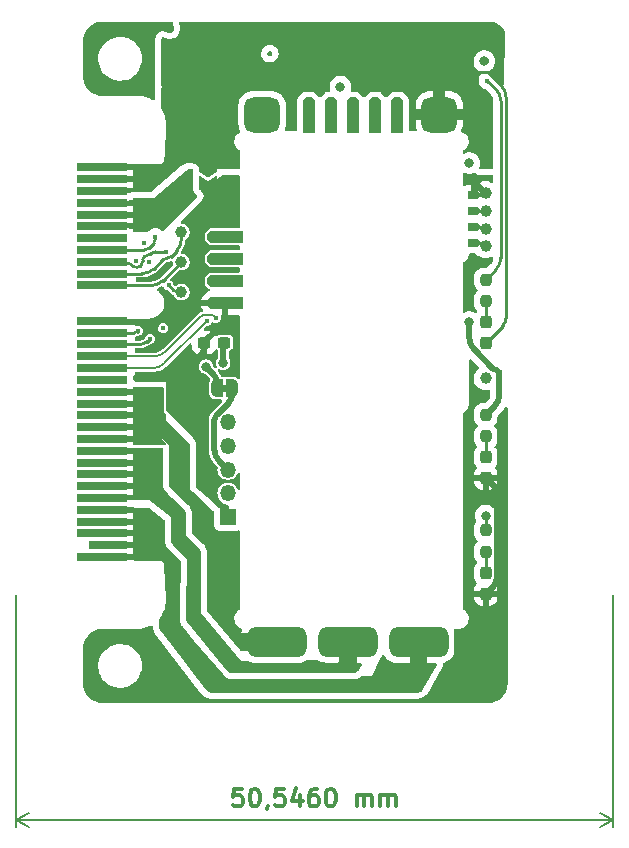
<source format=gbr>
%TF.GenerationSoftware,KiCad,Pcbnew,7.0.9*%
%TF.CreationDate,2024-04-13T12:05:23+02:00*%
%TF.ProjectId,MotorDriverCarrier-rounded,4d6f746f-7244-4726-9976-657243617272,rev?*%
%TF.SameCoordinates,Original*%
%TF.FileFunction,Copper,L1,Top*%
%TF.FilePolarity,Positive*%
%FSLAX46Y46*%
G04 Gerber Fmt 4.6, Leading zero omitted, Abs format (unit mm)*
G04 Created by KiCad (PCBNEW 7.0.9) date 2024-04-13 12:05:23*
%MOMM*%
%LPD*%
G01*
G04 APERTURE LIST*
G04 Aperture macros list*
%AMRoundRect*
0 Rectangle with rounded corners*
0 $1 Rounding radius*
0 $2 $3 $4 $5 $6 $7 $8 $9 X,Y pos of 4 corners*
0 Add a 4 corners polygon primitive as box body*
4,1,4,$2,$3,$4,$5,$6,$7,$8,$9,$2,$3,0*
0 Add four circle primitives for the rounded corners*
1,1,$1+$1,$2,$3*
1,1,$1+$1,$4,$5*
1,1,$1+$1,$6,$7*
1,1,$1+$1,$8,$9*
0 Add four rect primitives between the rounded corners*
20,1,$1+$1,$2,$3,$4,$5,0*
20,1,$1+$1,$4,$5,$6,$7,0*
20,1,$1+$1,$6,$7,$8,$9,0*
20,1,$1+$1,$8,$9,$2,$3,0*%
%AMOutline5P*
0 Free polygon, 5 corners , with rotation*
0 The origin of the aperture is its center*
0 number of corners: always 5*
0 $1 to $10 corner X, Y*
0 $11 Rotation angle, in degrees counterclockwise*
0 create outline with 5 corners*
4,1,5,$1,$2,$3,$4,$5,$6,$7,$8,$9,$10,$1,$2,$11*%
%AMOutline6P*
0 Free polygon, 6 corners , with rotation*
0 The origin of the aperture is its center*
0 number of corners: always 6*
0 $1 to $12 corner X, Y*
0 $13 Rotation angle, in degrees counterclockwise*
0 create outline with 6 corners*
4,1,6,$1,$2,$3,$4,$5,$6,$7,$8,$9,$10,$11,$12,$1,$2,$13*%
%AMOutline7P*
0 Free polygon, 7 corners , with rotation*
0 The origin of the aperture is its center*
0 number of corners: always 7*
0 $1 to $14 corner X, Y*
0 $15 Rotation angle, in degrees counterclockwise*
0 create outline with 7 corners*
4,1,7,$1,$2,$3,$4,$5,$6,$7,$8,$9,$10,$11,$12,$13,$14,$1,$2,$15*%
%AMOutline8P*
0 Free polygon, 8 corners , with rotation*
0 The origin of the aperture is its center*
0 number of corners: always 8*
0 $1 to $16 corner X, Y*
0 $17 Rotation angle, in degrees counterclockwise*
0 create outline with 8 corners*
4,1,8,$1,$2,$3,$4,$5,$6,$7,$8,$9,$10,$11,$12,$13,$14,$15,$16,$1,$2,$17*%
%AMFreePoly0*
4,1,19,0.000000,0.744911,0.071157,0.744911,0.207708,0.704816,0.327430,0.627875,0.420627,0.520320,0.479746,0.390866,0.500000,0.250000,0.500000,-0.250000,0.479746,-0.390866,0.420627,-0.520320,0.327430,-0.627875,0.207708,-0.704816,0.071157,-0.744911,0.000000,-0.744911,0.000000,-0.750000,-0.500000,-0.750000,-0.500000,0.750000,0.000000,0.750000,0.000000,0.744911,0.000000,0.744911,
$1*%
%AMFreePoly1*
4,1,19,0.500000,-0.750000,0.000000,-0.750000,0.000000,-0.744911,-0.071157,-0.744911,-0.207708,-0.704816,-0.327430,-0.627875,-0.420627,-0.520320,-0.479746,-0.390866,-0.500000,-0.250000,-0.500000,0.250000,-0.479746,0.390866,-0.420627,0.520320,-0.327430,0.627875,-0.207708,0.704816,-0.071157,0.744911,0.000000,0.744911,0.000000,0.750000,0.500000,0.750000,0.500000,-0.750000,0.500000,-0.750000,
$1*%
%AMFreePoly2*
4,1,6,1.000000,0.000000,0.500000,-0.750000,-0.500000,-0.750000,-0.500000,0.750000,0.500000,0.750000,1.000000,0.000000,1.000000,0.000000,$1*%
%AMFreePoly3*
4,1,6,0.500000,-0.750000,-0.650000,-0.750000,-0.150000,0.000000,-0.650000,0.750000,0.500000,0.750000,0.500000,-0.750000,0.500000,-0.750000,$1*%
G04 Aperture macros list end*
%ADD10C,0.300000*%
%TA.AperFunction,NonConductor*%
%ADD11C,0.300000*%
%TD*%
%TA.AperFunction,NonConductor*%
%ADD12C,0.200000*%
%TD*%
%TA.AperFunction,SMDPad,CuDef*%
%ADD13RoundRect,0.237500X-0.237500X0.250000X-0.237500X-0.250000X0.237500X-0.250000X0.237500X0.250000X0*%
%TD*%
%TA.AperFunction,ComponentPad*%
%ADD14O,1.350000X1.350000*%
%TD*%
%TA.AperFunction,ComponentPad*%
%ADD15R,1.350000X1.350000*%
%TD*%
%TA.AperFunction,SMDPad,CuDef*%
%ADD16RoundRect,0.237500X0.300000X0.237500X-0.300000X0.237500X-0.300000X-0.237500X0.300000X-0.237500X0*%
%TD*%
%TA.AperFunction,SMDPad,CuDef*%
%ADD17RoundRect,0.237500X0.237500X-0.287500X0.237500X0.287500X-0.237500X0.287500X-0.237500X-0.287500X0*%
%TD*%
%TA.AperFunction,SMDPad,CuDef*%
%ADD18FreePoly0,0.000000*%
%TD*%
%TA.AperFunction,SMDPad,CuDef*%
%ADD19FreePoly1,0.000000*%
%TD*%
%TA.AperFunction,ComponentPad*%
%ADD20Outline6P,-0.500000X1.200000X-0.200000X1.500000X0.200000X1.500000X0.500000X1.200000X0.500000X-1.500000X-0.500000X-1.500000X0.000000*%
%TD*%
%TA.AperFunction,ComponentPad*%
%ADD21C,1.000000*%
%TD*%
%TA.AperFunction,SMDPad,CuDef*%
%ADD22Outline6P,-0.350000X0.290000X-0.140000X0.500000X0.140000X0.500000X0.350000X0.290000X0.350000X-0.500000X-0.350000X-0.500000X270.000000*%
%TD*%
%TA.AperFunction,ConnectorPad*%
%ADD23R,4.300000X0.700000*%
%TD*%
%TA.AperFunction,ConnectorPad*%
%ADD24R,3.200000X0.700000*%
%TD*%
%TA.AperFunction,SMDPad,CuDef*%
%ADD25C,1.000000*%
%TD*%
%TA.AperFunction,SMDPad,CuDef*%
%ADD26FreePoly2,270.000000*%
%TD*%
%TA.AperFunction,SMDPad,CuDef*%
%ADD27FreePoly3,270.000000*%
%TD*%
%TA.AperFunction,ComponentPad*%
%ADD28RoundRect,0.625000X1.875000X0.625000X-1.875000X0.625000X-1.875000X-0.625000X1.875000X-0.625000X0*%
%TD*%
%TA.AperFunction,ComponentPad*%
%ADD29Outline6P,-0.500000X1.200000X-0.200000X1.500000X0.200000X1.500000X0.500000X1.200000X0.500000X-1.500000X-0.500000X-1.500000X90.000000*%
%TD*%
%TA.AperFunction,ComponentPad*%
%ADD30RoundRect,0.750000X0.750000X0.750000X-0.750000X0.750000X-0.750000X-0.750000X0.750000X-0.750000X0*%
%TD*%
%TA.AperFunction,ViaPad*%
%ADD31C,0.800000*%
%TD*%
%TA.AperFunction,ViaPad*%
%ADD32C,0.450000*%
%TD*%
%TA.AperFunction,Conductor*%
%ADD33C,0.254000*%
%TD*%
%TA.AperFunction,Conductor*%
%ADD34C,0.250000*%
%TD*%
%TA.AperFunction,Conductor*%
%ADD35C,0.508000*%
%TD*%
%TA.AperFunction,Conductor*%
%ADD36C,0.200000*%
%TD*%
%TA.AperFunction,Conductor*%
%ADD37C,1.270000*%
%TD*%
G04 APERTURE END LIST*
D10*
D11*
X122369144Y-117099328D02*
X121654858Y-117099328D01*
X121654858Y-117099328D02*
X121583430Y-117813614D01*
X121583430Y-117813614D02*
X121654858Y-117742185D01*
X121654858Y-117742185D02*
X121797716Y-117670757D01*
X121797716Y-117670757D02*
X122154858Y-117670757D01*
X122154858Y-117670757D02*
X122297716Y-117742185D01*
X122297716Y-117742185D02*
X122369144Y-117813614D01*
X122369144Y-117813614D02*
X122440573Y-117956471D01*
X122440573Y-117956471D02*
X122440573Y-118313614D01*
X122440573Y-118313614D02*
X122369144Y-118456471D01*
X122369144Y-118456471D02*
X122297716Y-118527900D01*
X122297716Y-118527900D02*
X122154858Y-118599328D01*
X122154858Y-118599328D02*
X121797716Y-118599328D01*
X121797716Y-118599328D02*
X121654858Y-118527900D01*
X121654858Y-118527900D02*
X121583430Y-118456471D01*
X123369144Y-117099328D02*
X123512001Y-117099328D01*
X123512001Y-117099328D02*
X123654858Y-117170757D01*
X123654858Y-117170757D02*
X123726287Y-117242185D01*
X123726287Y-117242185D02*
X123797715Y-117385042D01*
X123797715Y-117385042D02*
X123869144Y-117670757D01*
X123869144Y-117670757D02*
X123869144Y-118027900D01*
X123869144Y-118027900D02*
X123797715Y-118313614D01*
X123797715Y-118313614D02*
X123726287Y-118456471D01*
X123726287Y-118456471D02*
X123654858Y-118527900D01*
X123654858Y-118527900D02*
X123512001Y-118599328D01*
X123512001Y-118599328D02*
X123369144Y-118599328D01*
X123369144Y-118599328D02*
X123226287Y-118527900D01*
X123226287Y-118527900D02*
X123154858Y-118456471D01*
X123154858Y-118456471D02*
X123083429Y-118313614D01*
X123083429Y-118313614D02*
X123012001Y-118027900D01*
X123012001Y-118027900D02*
X123012001Y-117670757D01*
X123012001Y-117670757D02*
X123083429Y-117385042D01*
X123083429Y-117385042D02*
X123154858Y-117242185D01*
X123154858Y-117242185D02*
X123226287Y-117170757D01*
X123226287Y-117170757D02*
X123369144Y-117099328D01*
X124583429Y-118527900D02*
X124583429Y-118599328D01*
X124583429Y-118599328D02*
X124512000Y-118742185D01*
X124512000Y-118742185D02*
X124440572Y-118813614D01*
X125940572Y-117099328D02*
X125226286Y-117099328D01*
X125226286Y-117099328D02*
X125154858Y-117813614D01*
X125154858Y-117813614D02*
X125226286Y-117742185D01*
X125226286Y-117742185D02*
X125369144Y-117670757D01*
X125369144Y-117670757D02*
X125726286Y-117670757D01*
X125726286Y-117670757D02*
X125869144Y-117742185D01*
X125869144Y-117742185D02*
X125940572Y-117813614D01*
X125940572Y-117813614D02*
X126012001Y-117956471D01*
X126012001Y-117956471D02*
X126012001Y-118313614D01*
X126012001Y-118313614D02*
X125940572Y-118456471D01*
X125940572Y-118456471D02*
X125869144Y-118527900D01*
X125869144Y-118527900D02*
X125726286Y-118599328D01*
X125726286Y-118599328D02*
X125369144Y-118599328D01*
X125369144Y-118599328D02*
X125226286Y-118527900D01*
X125226286Y-118527900D02*
X125154858Y-118456471D01*
X127297715Y-117599328D02*
X127297715Y-118599328D01*
X126940572Y-117027900D02*
X126583429Y-118099328D01*
X126583429Y-118099328D02*
X127512000Y-118099328D01*
X128726286Y-117099328D02*
X128440571Y-117099328D01*
X128440571Y-117099328D02*
X128297714Y-117170757D01*
X128297714Y-117170757D02*
X128226286Y-117242185D01*
X128226286Y-117242185D02*
X128083428Y-117456471D01*
X128083428Y-117456471D02*
X128012000Y-117742185D01*
X128012000Y-117742185D02*
X128012000Y-118313614D01*
X128012000Y-118313614D02*
X128083428Y-118456471D01*
X128083428Y-118456471D02*
X128154857Y-118527900D01*
X128154857Y-118527900D02*
X128297714Y-118599328D01*
X128297714Y-118599328D02*
X128583428Y-118599328D01*
X128583428Y-118599328D02*
X128726286Y-118527900D01*
X128726286Y-118527900D02*
X128797714Y-118456471D01*
X128797714Y-118456471D02*
X128869143Y-118313614D01*
X128869143Y-118313614D02*
X128869143Y-117956471D01*
X128869143Y-117956471D02*
X128797714Y-117813614D01*
X128797714Y-117813614D02*
X128726286Y-117742185D01*
X128726286Y-117742185D02*
X128583428Y-117670757D01*
X128583428Y-117670757D02*
X128297714Y-117670757D01*
X128297714Y-117670757D02*
X128154857Y-117742185D01*
X128154857Y-117742185D02*
X128083428Y-117813614D01*
X128083428Y-117813614D02*
X128012000Y-117956471D01*
X129797714Y-117099328D02*
X129940571Y-117099328D01*
X129940571Y-117099328D02*
X130083428Y-117170757D01*
X130083428Y-117170757D02*
X130154857Y-117242185D01*
X130154857Y-117242185D02*
X130226285Y-117385042D01*
X130226285Y-117385042D02*
X130297714Y-117670757D01*
X130297714Y-117670757D02*
X130297714Y-118027900D01*
X130297714Y-118027900D02*
X130226285Y-118313614D01*
X130226285Y-118313614D02*
X130154857Y-118456471D01*
X130154857Y-118456471D02*
X130083428Y-118527900D01*
X130083428Y-118527900D02*
X129940571Y-118599328D01*
X129940571Y-118599328D02*
X129797714Y-118599328D01*
X129797714Y-118599328D02*
X129654857Y-118527900D01*
X129654857Y-118527900D02*
X129583428Y-118456471D01*
X129583428Y-118456471D02*
X129511999Y-118313614D01*
X129511999Y-118313614D02*
X129440571Y-118027900D01*
X129440571Y-118027900D02*
X129440571Y-117670757D01*
X129440571Y-117670757D02*
X129511999Y-117385042D01*
X129511999Y-117385042D02*
X129583428Y-117242185D01*
X129583428Y-117242185D02*
X129654857Y-117170757D01*
X129654857Y-117170757D02*
X129797714Y-117099328D01*
X132083427Y-118599328D02*
X132083427Y-117599328D01*
X132083427Y-117742185D02*
X132154856Y-117670757D01*
X132154856Y-117670757D02*
X132297713Y-117599328D01*
X132297713Y-117599328D02*
X132511999Y-117599328D01*
X132511999Y-117599328D02*
X132654856Y-117670757D01*
X132654856Y-117670757D02*
X132726285Y-117813614D01*
X132726285Y-117813614D02*
X132726285Y-118599328D01*
X132726285Y-117813614D02*
X132797713Y-117670757D01*
X132797713Y-117670757D02*
X132940570Y-117599328D01*
X132940570Y-117599328D02*
X133154856Y-117599328D01*
X133154856Y-117599328D02*
X133297713Y-117670757D01*
X133297713Y-117670757D02*
X133369142Y-117813614D01*
X133369142Y-117813614D02*
X133369142Y-118599328D01*
X134083427Y-118599328D02*
X134083427Y-117599328D01*
X134083427Y-117742185D02*
X134154856Y-117670757D01*
X134154856Y-117670757D02*
X134297713Y-117599328D01*
X134297713Y-117599328D02*
X134511999Y-117599328D01*
X134511999Y-117599328D02*
X134654856Y-117670757D01*
X134654856Y-117670757D02*
X134726285Y-117813614D01*
X134726285Y-117813614D02*
X134726285Y-118599328D01*
X134726285Y-117813614D02*
X134797713Y-117670757D01*
X134797713Y-117670757D02*
X134940570Y-117599328D01*
X134940570Y-117599328D02*
X135154856Y-117599328D01*
X135154856Y-117599328D02*
X135297713Y-117670757D01*
X135297713Y-117670757D02*
X135369142Y-117813614D01*
X135369142Y-117813614D02*
X135369142Y-118599328D01*
D12*
X153785000Y-100663000D02*
X153785000Y-120307420D01*
X103239000Y-100663000D02*
X103239000Y-120307420D01*
X153785000Y-119721000D02*
X103239000Y-119721000D01*
X153785000Y-119721000D02*
X103239000Y-119721000D01*
X153785000Y-119721000D02*
X152658496Y-120307421D01*
X153785000Y-119721000D02*
X152658496Y-119134579D01*
X103239000Y-119721000D02*
X104365504Y-119134579D01*
X103239000Y-119721000D02*
X104365504Y-120307421D01*
%TA.AperFunction,EtchedComponent*%
%TO.C,JP2*%
G36*
X121142000Y-83485000D02*
G01*
X120642000Y-83485000D01*
X120642000Y-82885000D01*
X121142000Y-82885000D01*
X121142000Y-83485000D01*
G37*
%TD.AperFunction*%
%TD*%
D13*
%TO.P,R1,1*%
%TO.N,+5V*%
X143002000Y-85447500D03*
%TO.P,R1,2*%
%TO.N,Net-(D1-A)*%
X143002000Y-87272500D03*
%TD*%
D14*
%TO.P,J2,5,Pin_5*%
%TO.N,A*%
X121158000Y-86075000D03*
%TO.P,J2,4,Pin_4*%
%TO.N,B*%
X121158000Y-88075000D03*
%TO.P,J2,3,Pin_3*%
%TO.N,Z*%
X121158000Y-90075000D03*
%TO.P,J2,2,Pin_2*%
%TO.N,+5V*%
X121158000Y-92075000D03*
D15*
%TO.P,J2,1,Pin_1*%
%TO.N,UART_GND*%
X121158000Y-94075000D03*
%TD*%
D13*
%TO.P,R6,1*%
%TO.N,+24V*%
X143002000Y-73994000D03*
%TO.P,R6,2*%
%TO.N,Net-(D3-A)*%
X143002000Y-75819000D03*
%TD*%
D16*
%TO.P,C1,1*%
%TO.N,+5V*%
X120865500Y-79335000D03*
%TO.P,C1,2*%
%TO.N,UART_GND*%
X119140500Y-79335000D03*
%TD*%
D17*
%TO.P,D1,1,K*%
%TO.N,UART_GND*%
X143002000Y-90791000D03*
%TO.P,D1,2,A*%
%TO.N,Net-(D1-A)*%
X143002000Y-89041000D03*
%TD*%
D18*
%TO.P,JP2,2,B*%
%TO.N,Z*%
X121542000Y-83185000D03*
D19*
%TO.P,JP2,1,A*%
%TO.N,HALL_A*%
X120242000Y-83185000D03*
%TD*%
D20*
%TO.P,J13,1,Pin_1*%
%TO.N,UART_GND*%
X128004000Y-60093566D03*
%TO.P,J13,2,Pin_2*%
%TO.N,OK*%
X129879000Y-60093566D03*
%TO.P,J13,3,Pin_3*%
%TO.N,UART_RX*%
X131754000Y-60093566D03*
%TO.P,J13,4,Pin_4*%
%TO.N,UART_TX*%
X133629000Y-60093566D03*
%TO.P,J13,5,Pin_5*%
%TO.N,UART_VCC*%
X135504000Y-60093566D03*
%TD*%
D21*
%TO.P,J1,1,Pin_1*%
%TO.N,UART_GND*%
X142980000Y-66670683D03*
D22*
X141980000Y-66870683D03*
D21*
%TO.P,J1,2,Pin_2*%
%TO.N,+3.3V*%
X142980000Y-68170683D03*
D22*
X141980000Y-68220683D03*
D21*
%TO.P,J1,3,Pin_3*%
%TO.N,SWCLK*%
X142980000Y-69670683D03*
D22*
X141980000Y-69570683D03*
D21*
%TO.P,J1,4,Pin_4*%
%TO.N,SWDIO*%
X142980000Y-71170683D03*
D22*
X141980000Y-70920683D03*
D21*
%TO.P,J1,5,Pin_5*%
%TO.N,NRST*%
X142980000Y-82347317D03*
%TD*%
D17*
%TO.P,D2,1,K*%
%TO.N,UART_GND*%
X143002000Y-100570000D03*
%TO.P,D2,2,A*%
%TO.N,Net-(D2-A)*%
X143002000Y-98820000D03*
%TD*%
D13*
%TO.P,R2,1*%
%TO.N,OK*%
X143002000Y-95226500D03*
%TO.P,R2,2*%
%TO.N,Net-(D2-A)*%
X143002000Y-97051500D03*
%TD*%
D17*
%TO.P,D3,1,K*%
%TO.N,GNDPWR*%
X143002000Y-79337500D03*
%TO.P,D3,2,A*%
%TO.N,Net-(D3-A)*%
X143002000Y-77587500D03*
%TD*%
D23*
%TO.P,J15,B1,PGND*%
%TO.N,GNDPWR*%
X110490000Y-64487000D03*
%TO.P,J15,B2,PGND*%
X110490000Y-65487000D03*
%TO.P,J15,B3,PGND*%
X110490000Y-66487000D03*
%TO.P,J15,B4,VCC*%
%TO.N,+24V*%
X110490000Y-67487000D03*
%TO.P,J15,B5,VCC*%
X110490000Y-68487000D03*
%TO.P,J15,B6,VCC*%
X110490000Y-69487000D03*
%TO.P,J15,B7,B7*%
%TO.N,unconnected-(J15-PadB7)*%
X110490000Y-70487000D03*
%TO.P,J15,B8,UART_TX*%
%TO.N,UART_TX*%
X110490000Y-71487000D03*
%TO.P,J15,B9,SWCLK*%
%TO.N,SWCLK*%
X110490000Y-72487000D03*
%TO.P,J15,B10,HALL_C*%
%TO.N,HALL_C*%
X110490000Y-73487000D03*
%TO.P,J15,B11,HALL_B*%
%TO.N,HALL_B*%
X110490000Y-74487000D03*
%TO.P,J15,B12,GND*%
%TO.N,UART_GND*%
X110490000Y-77487000D03*
%TO.P,J15,B13,CAN_L*%
%TO.N,CAN_L*%
X110490000Y-78487000D03*
%TO.P,J15,B14,CAN_L*%
X110490000Y-79487000D03*
%TO.P,J15,B15,ENC_A+*%
%TO.N,A+*%
X110490000Y-80487000D03*
%TO.P,J15,B16,ENC_A-*%
%TO.N,A-*%
X110490000Y-81487000D03*
%TO.P,J15,B17,B17*%
%TO.N,unconnected-(J15-PadB17)*%
X110490000Y-82487000D03*
%TO.P,J15,B18,PHASE_C*%
%TO.N,MOTOR_C*%
X110490000Y-83487000D03*
%TO.P,J15,B19,PHASE_C*%
X110490000Y-84487000D03*
%TO.P,J15,B20,PHASE_C*%
X110490000Y-85487000D03*
%TO.P,J15,B21,PHASE_C*%
X110490000Y-86487000D03*
%TO.P,J15,B22,PHASE_C*%
X110490000Y-87487000D03*
%TO.P,J15,B23,PHASE_B*%
%TO.N,MOTOR_B*%
X110490000Y-88487000D03*
%TO.P,J15,B24,PHASE_B*%
X110490000Y-89487000D03*
%TO.P,J15,B25,PHASE_B*%
X110490000Y-90487000D03*
%TO.P,J15,B26,PHASE_B*%
X110490000Y-91487000D03*
%TO.P,J15,B27,PHASE_B*%
X110490000Y-92487000D03*
%TO.P,J15,B28,PHASE_A*%
%TO.N,MOTOR_A*%
X110490000Y-93487000D03*
%TO.P,J15,B29,PHASE_A*%
X110490000Y-94487000D03*
%TO.P,J15,B30,PHASE_A*%
X110490000Y-95487000D03*
D24*
%TO.P,J15,B31,PHASE_A*%
X111040000Y-96487000D03*
D23*
%TO.P,J15,B32,PHASE_A*%
X110490000Y-97487000D03*
%TD*%
D25*
%TO.P,TP3,1,1*%
%TO.N,HALL_C*%
X117221000Y-69977000D03*
%TD*%
%TO.P,TP2,1,1*%
%TO.N,HALL_B*%
X117221000Y-72517000D03*
%TD*%
D26*
%TO.P,JP1,1,A*%
%TO.N,GNDPWR*%
X119495000Y-64386000D03*
D27*
%TO.P,JP1,2,B*%
%TO.N,UART_GND*%
X119495000Y-65836000D03*
%TD*%
D28*
%TO.P,J10,1,Pin_1*%
%TO.N,MOTOR_A*%
X137312000Y-104690566D03*
%TO.P,J10,2,Pin_2*%
%TO.N,MOTOR_B*%
X131312000Y-104690566D03*
%TO.P,J10,3,Pin_3*%
%TO.N,MOTOR_C*%
X125312000Y-104690566D03*
%TD*%
D25*
%TO.P,TP1,1,1*%
%TO.N,HALL_A*%
X117221000Y-75057000D03*
%TD*%
D29*
%TO.P,J14,1,Pin_1*%
%TO.N,UART_GND*%
X120892000Y-75973000D03*
%TO.P,J14,2,Pin_2*%
%TO.N,CAN_L*%
X120892000Y-74098000D03*
%TO.P,J14,3,Pin_3*%
%TO.N,CAN_H*%
X120892000Y-72223000D03*
%TO.P,J14,4,Pin_4*%
%TO.N,+5V*%
X120892000Y-70348000D03*
%TD*%
D30*
%TO.P,J11,1,Pin_1*%
%TO.N,GNDPWR*%
X139067000Y-60015000D03*
%TO.P,J11,2,Pin_2*%
%TO.N,+24V*%
X124067000Y-60015000D03*
%TD*%
D31*
%TO.N,+24V*%
X116967000Y-66040000D03*
X115697000Y-67691000D03*
X113792000Y-68707000D03*
D32*
X143129000Y-57150000D03*
D31*
X114300000Y-67691000D03*
X114935000Y-68834000D03*
X116967000Y-67564000D03*
%TO.N,GNDPWR*%
X128016000Y-54483000D03*
X116586000Y-63627000D03*
X114808000Y-65024000D03*
X133223000Y-56642000D03*
X113665000Y-64770000D03*
X135382000Y-56642000D03*
X113919000Y-66167000D03*
X134366000Y-56134000D03*
X136525000Y-56134000D03*
X132200516Y-56140484D03*
X137541000Y-56642000D03*
X141605000Y-54483000D03*
X116459000Y-61341000D03*
X116586000Y-62484000D03*
%TO.N,+5V*%
X120777000Y-81026000D03*
X130683000Y-57658000D03*
X141605000Y-77597000D03*
X141605000Y-64135000D03*
D32*
%TO.N,CAN_L*%
X113538000Y-78315500D03*
X114554000Y-78994000D03*
%TO.N,CAN_H*%
X115698166Y-78115656D03*
D31*
%TO.N,MOTOR_A*%
X114935000Y-97155000D03*
X114935000Y-94742000D03*
X134493000Y-106807000D03*
X114935000Y-95885000D03*
X136779000Y-107061000D03*
X113919000Y-94107000D03*
X113919000Y-95250000D03*
X137922000Y-107061000D03*
X135636000Y-107061000D03*
X113919000Y-96393000D03*
%TO.N,MOTOR_B*%
X113919000Y-92075000D03*
X114935000Y-91440000D03*
X113792000Y-89408000D03*
X113919000Y-90805000D03*
X131699000Y-106807000D03*
X114935000Y-88773000D03*
X130556000Y-106807000D03*
X128143000Y-106807000D03*
X129286000Y-106807000D03*
X114935000Y-89916000D03*
%TO.N,MOTOR_C*%
X120396000Y-102362000D03*
X113919000Y-86868000D03*
X113919000Y-85725000D03*
X115189000Y-86106000D03*
X120142000Y-101092000D03*
X113919000Y-84328000D03*
X115189000Y-84709000D03*
X115062000Y-83566000D03*
X121920000Y-104140000D03*
X121158000Y-103251000D03*
D32*
%TO.N,A-*%
X119380000Y-77486500D03*
%TO.N,A+*%
X120142000Y-77216000D03*
%TO.N,UART_GND*%
X115697000Y-73152000D03*
X114808000Y-57658000D03*
X113919000Y-82169000D03*
X143931000Y-91720000D03*
D31*
X116205000Y-52705000D03*
X117348000Y-81915000D03*
X116332000Y-108585000D03*
D32*
X118935500Y-86550500D03*
X143002000Y-72771000D03*
D31*
X121412000Y-65786000D03*
X143256000Y-108712000D03*
X142875000Y-55499000D03*
D32*
X124714000Y-54864000D03*
X118631604Y-68974604D03*
D31*
X120650000Y-68834000D03*
D32*
%TO.N,UART_TX*%
X115020167Y-70372444D03*
%TO.N,UART_RX*%
X114101944Y-70921944D03*
%TO.N,SWCLK*%
X115958556Y-71635556D03*
%TO.N,SWDIO*%
X114510500Y-72486500D03*
%TO.N,NRST*%
X113411000Y-72390000D03*
%TO.N,HALL_A*%
X116140000Y-74487000D03*
D31*
X119286060Y-81353878D03*
%TO.N,OK*%
X143002000Y-93980000D03*
%TD*%
D33*
%TO.N,GNDPWR*%
X144430114Y-77909400D02*
G75*
G03*
X144723000Y-77202286I-707114J707100D01*
G01*
X139465447Y-57003551D02*
X139682551Y-56786448D01*
X139067000Y-60015000D02*
X139067000Y-57965490D01*
X139102353Y-57647378D02*
X139168431Y-57444014D01*
X139067000Y-57965490D02*
X139068902Y-57858575D01*
X139391194Y-57080499D02*
X139465447Y-57003551D01*
X139265508Y-57253491D02*
X139391194Y-57080499D01*
X143182728Y-56423082D02*
X144276116Y-57516470D01*
X139068902Y-57858575D02*
X139102353Y-57647378D01*
X139168431Y-57444014D02*
X139265508Y-57253491D01*
X139682551Y-56786448D02*
X139759496Y-56712192D01*
X139759496Y-56712192D02*
X139932489Y-56586506D01*
X139932489Y-56586506D02*
X140123013Y-56489429D01*
X140123013Y-56489429D02*
X140326377Y-56423351D01*
X140326377Y-56423351D02*
X140537575Y-56389899D01*
X140537575Y-56389899D02*
X140644490Y-56388000D01*
X140644490Y-56388000D02*
X142943314Y-56388000D01*
X142943314Y-56388000D02*
X143008051Y-56389568D01*
X143008051Y-56389568D02*
X143133113Y-56423082D01*
X143133113Y-56423082D02*
X143182728Y-56423082D01*
X144722956Y-58595343D02*
G75*
G03*
X144276115Y-57516471I-1525756J43D01*
G01*
X144723000Y-58595343D02*
X144723000Y-77202286D01*
X144430107Y-77909393D02*
X143002000Y-79337500D01*
D34*
%TO.N,SWCLK*%
X113411000Y-72940000D02*
X113495132Y-72940000D01*
X113843273Y-72735545D02*
X113740419Y-72838399D01*
X113411000Y-72940000D02*
X113355024Y-72940000D01*
D33*
%TO.N,HALL_B*%
X114687509Y-74487002D02*
G75*
G03*
X115649448Y-74088551I-9J1360402D01*
G01*
%TO.N,HALL_C*%
X116822571Y-71552225D02*
G75*
G03*
X117221000Y-70590267I-961971J961925D01*
G01*
X115979823Y-72187571D02*
G75*
G03*
X116333840Y-72040915I-23J500671D01*
G01*
X113909509Y-73487002D02*
G75*
G03*
X114871448Y-73088551I-9J1360402D01*
G01*
X115979823Y-72187568D02*
G75*
G03*
X115625804Y-72334195I-23J-500632D01*
G01*
%TO.N,HALL_A*%
X116529341Y-74876327D02*
G75*
G03*
X116965500Y-75057000I436159J436127D01*
G01*
D35*
X120242004Y-82747409D02*
G75*
G03*
X119932575Y-82000395I-1056404J9D01*
G01*
D33*
%TO.N,SWDIO*%
X142854997Y-71045686D02*
G75*
G03*
X142553223Y-70920683I-301797J-301814D01*
G01*
D34*
%TO.N,SWCLK*%
X113495132Y-72940019D02*
G75*
G03*
X113740419Y-72838399I-32J346919D01*
G01*
D33*
X142930007Y-69620676D02*
G75*
G03*
X142809289Y-69570683I-120707J-120724D01*
G01*
D34*
X114073588Y-72049588D02*
G75*
G03*
X113961000Y-72321409I271812J-271812D01*
G01*
X114343642Y-71937041D02*
G75*
G03*
X114612443Y-71825658I-42J380141D01*
G01*
X114343642Y-71937017D02*
G75*
G03*
X114074840Y-72048341I-42J-380083D01*
G01*
X113843250Y-72735522D02*
G75*
G03*
X113961000Y-72451326I-284150J284222D01*
G01*
X113061651Y-72818509D02*
G75*
G03*
X113355024Y-72940000I293349J293409D01*
G01*
X112956697Y-72713485D02*
G75*
G03*
X112409862Y-72487000I-546797J-546815D01*
G01*
X115015699Y-71635540D02*
G75*
G03*
X114651824Y-71786278I1J-514560D01*
G01*
D33*
%TO.N,+3.3V*%
X142065355Y-68170641D02*
G75*
G03*
X142005001Y-68195684I45J-85359D01*
G01*
D34*
%TO.N,UART_TX*%
X114088788Y-71486994D02*
G75*
G03*
X114474452Y-71327251I12J545394D01*
G01*
X114875544Y-70926189D02*
G75*
G03*
X115020167Y-70576991I-349244J349189D01*
G01*
D35*
%TO.N,UART_GND*%
X117239660Y-76010976D02*
G75*
G03*
X116277721Y-76409448I40J-1360424D01*
G01*
X143656428Y-99915555D02*
G75*
G03*
X143931000Y-99252704I-662828J662855D01*
G01*
D36*
X121326644Y-65836018D02*
G75*
G03*
X121387000Y-65811000I-44J85418D01*
G01*
D35*
X120493550Y-77981947D02*
G75*
G03*
X120892000Y-77020009I-961950J961947D01*
G01*
X119418898Y-79056551D02*
G75*
G03*
X119140500Y-79728750I672202J-672149D01*
G01*
X120028985Y-92442824D02*
G75*
G03*
X120099587Y-92613233I241015J24D01*
G01*
X120028981Y-92442824D02*
G75*
G03*
X119958412Y-92272414I-240981J24D01*
G01*
X120619776Y-93133402D02*
G75*
G03*
X120790176Y-93204000I170424J170402D01*
G01*
X120960599Y-93274573D02*
G75*
G03*
X120790176Y-93204000I-170399J-170427D01*
G01*
X118862052Y-80400899D02*
G75*
G03*
X119140500Y-79728750I-672152J672199D01*
G01*
X121157998Y-93661504D02*
G75*
G03*
X121024000Y-93338000I-457498J4D01*
G01*
X120827129Y-76011012D02*
G75*
G03*
X120873000Y-75992000I-29J64912D01*
G01*
D33*
X142638578Y-66870649D02*
G75*
G03*
X142879999Y-66770682I22J341449D01*
G01*
D35*
X120892072Y-75999870D02*
G75*
G03*
X120873000Y-75992000I-11172J-30D01*
G01*
X118935498Y-90686009D02*
G75*
G03*
X119333949Y-91647947I1360402J9D01*
G01*
X114582679Y-77540980D02*
G75*
G03*
X115544617Y-77142550I21J1360380D01*
G01*
%TO.N,Z*%
X120213589Y-85422816D02*
G75*
G03*
X120029000Y-85868361I445511J-445584D01*
G01*
X120028998Y-88382509D02*
G75*
G03*
X120427449Y-89344447I1360402J9D01*
G01*
X121220511Y-84415872D02*
G75*
G03*
X121542000Y-83639676I-776211J776172D01*
G01*
D36*
%TO.N,A+*%
X119346450Y-76961958D02*
G75*
G03*
X118753312Y-77207686I50J-838842D01*
G01*
X120015002Y-77088998D02*
G75*
G03*
X119708394Y-76962000I-306602J-306602D01*
G01*
X114910509Y-80487002D02*
G75*
G03*
X115872448Y-80088551I-9J1360402D01*
G01*
%TO.N,A-*%
X114816009Y-81487002D02*
G75*
G03*
X115777948Y-81088551I-9J1360402D01*
G01*
D35*
%TO.N,MOTOR_B*%
X111236008Y-88502992D02*
G75*
G03*
X111197372Y-88487000I-38608J-38608D01*
G01*
D33*
%TO.N,CAN_L*%
X113712396Y-79486998D02*
G75*
G03*
X114307500Y-79240500I4J841598D01*
G01*
X113245231Y-78487012D02*
G75*
G03*
X113452249Y-78401249I-31J292812D01*
G01*
D35*
%TO.N,+5V*%
X144145000Y-81851500D02*
G75*
G03*
X143954500Y-81661000I-190500J0D01*
G01*
X141604998Y-78938509D02*
G75*
G03*
X142003449Y-79900447I1360402J9D01*
G01*
X143746550Y-84702947D02*
G75*
G03*
X144145000Y-83741009I-961950J961947D01*
G01*
X120821256Y-79379256D02*
G75*
G03*
X120777000Y-79486078I106844J-106844D01*
G01*
X143629298Y-81526294D02*
G75*
G03*
X143954500Y-81661000I325202J325194D01*
G01*
D37*
%TO.N,GNDPWR*%
X137431446Y-53484450D02*
G75*
G03*
X136469509Y-53086000I-961946J-961950D01*
G01*
X119246993Y-54742993D02*
G75*
G03*
X118999000Y-55341724I598707J-598707D01*
G01*
X119247043Y-55238957D02*
G75*
G03*
X118999000Y-55341724I-102743J-102743D01*
G01*
X119247001Y-54743001D02*
G75*
G03*
X119247001Y-55238999I247999J-247999D01*
G01*
X121467490Y-53085997D02*
G75*
G03*
X120505551Y-53484448I10J-1360403D01*
G01*
X139067002Y-55683490D02*
G75*
G03*
X138668550Y-54721552I-1360402J-10D01*
G01*
X119494989Y-55837724D02*
G75*
G03*
X119247000Y-55239000I-846689J24D01*
G01*
D34*
%TO.N,+24V*%
X143872550Y-73123447D02*
G75*
G03*
X144271000Y-72161509I-961950J961947D01*
G01*
X144271002Y-58855490D02*
G75*
G03*
X143872550Y-57893552I-1360402J-10D01*
G01*
X143872551Y-73123448D02*
X143002000Y-73994000D01*
X144271000Y-72161509D02*
X144271000Y-58855490D01*
X143872551Y-57893551D02*
X143129000Y-57150000D01*
D37*
%TO.N,GNDPWR*%
X137431448Y-53484448D02*
X138668551Y-54721551D01*
X139067000Y-55683490D02*
X139067000Y-56515000D01*
X119495000Y-55837724D02*
X119495000Y-64386000D01*
X118999000Y-55341724D02*
X118999000Y-61722000D01*
X136469509Y-53086000D02*
X121467490Y-53086000D01*
X119246999Y-54742999D02*
X120505551Y-53484448D01*
D34*
%TO.N,Net-(D1-A)*%
X143002000Y-89041000D02*
X143002000Y-87272500D01*
%TO.N,Net-(D2-A)*%
X143002000Y-98820000D02*
X143002000Y-97051500D01*
D35*
%TO.N,+5V*%
X144145000Y-81851500D02*
X144145000Y-83741009D01*
X141605000Y-77597000D02*
X141605000Y-78938509D01*
X142003448Y-79900448D02*
X143629296Y-81526296D01*
X120821250Y-79379250D02*
X120865500Y-79335000D01*
X120777000Y-79486078D02*
X120777000Y-81026000D01*
X143746551Y-84702948D02*
X143002000Y-85447500D01*
D33*
%TO.N,CAN_L*%
X113245231Y-78487000D02*
X110490000Y-78487000D01*
X113712396Y-79487000D02*
X110490000Y-79487000D01*
X113538000Y-78315500D02*
X113452250Y-78401250D01*
X114554000Y-78994000D02*
X114307500Y-79240500D01*
D35*
%TO.N,MOTOR_B*%
X111236000Y-88503000D02*
X111252000Y-88519000D01*
X111197372Y-88487000D02*
X110490000Y-88487000D01*
D34*
%TO.N,Net-(D3-A)*%
X143002000Y-77587500D02*
X143002000Y-75819000D01*
D36*
%TO.N,A-*%
X115777948Y-81088551D02*
X119380000Y-77486500D01*
X114816009Y-81487000D02*
X110490000Y-81487000D01*
%TO.N,A+*%
X118753312Y-77207686D02*
X115872448Y-80088551D01*
X119346450Y-76962000D02*
X119708394Y-76962000D01*
X114910509Y-80487000D02*
X110490000Y-80487000D01*
X120142000Y-77216000D02*
X120015000Y-77089000D01*
D35*
%TO.N,Z*%
X120029000Y-85868361D02*
X120029000Y-88382509D01*
X120427448Y-89344448D02*
X121158000Y-90075000D01*
X121542000Y-83639676D02*
X121542000Y-83185000D01*
X120213562Y-85422789D02*
X121220495Y-84415856D01*
D33*
%TO.N,UART_GND*%
X142638578Y-66870683D02*
X141980000Y-66870683D01*
D35*
X117348000Y-81915000D02*
X118862076Y-80400923D01*
X120892000Y-77020009D02*
X120892000Y-75999870D01*
X114582679Y-77541000D02*
X110490000Y-77541000D01*
D33*
X142880000Y-66770683D02*
X142980000Y-66670683D01*
D36*
X121412000Y-65786000D02*
X121387000Y-65811000D01*
D35*
X119958413Y-92272413D02*
X119333948Y-91647948D01*
X143931000Y-99252704D02*
X143931000Y-91720000D01*
X120960586Y-93274586D02*
X121024000Y-93338000D01*
X143656436Y-99915563D02*
X143002000Y-100570000D01*
X117239660Y-76011000D02*
X120827129Y-76011000D01*
D36*
X121326644Y-65836000D02*
X119495000Y-65836000D01*
D35*
X120493551Y-77981948D02*
X119418923Y-79056576D01*
X121158000Y-93661504D02*
X121158000Y-94075000D01*
X118935500Y-86550500D02*
X118935500Y-90686009D01*
X116277721Y-76409448D02*
X115544618Y-77142551D01*
X120099586Y-92613234D02*
X120619765Y-93133413D01*
X143931000Y-91720000D02*
X143002000Y-90791000D01*
D34*
%TO.N,UART_TX*%
X114088788Y-71487000D02*
X110490000Y-71487000D01*
X114474453Y-71327252D02*
X114875530Y-70926175D01*
X115020167Y-70576991D02*
X115020167Y-70372444D01*
D33*
%TO.N,+3.3V*%
X142065355Y-68170683D02*
X142980000Y-68170683D01*
X142005000Y-68195683D02*
X141980000Y-68220683D01*
D34*
%TO.N,SWCLK*%
X113061671Y-72818489D02*
X112956682Y-72713500D01*
X112409862Y-72487000D02*
X110490000Y-72487000D01*
X114073590Y-72049590D02*
X114074840Y-72048341D01*
X114612443Y-71825658D02*
X114651824Y-71786278D01*
X113961000Y-72321409D02*
X113961000Y-72451326D01*
D33*
X142930000Y-69620683D02*
X142980000Y-69670683D01*
X142809289Y-69570683D02*
X141980000Y-69570683D01*
D34*
X115958556Y-71635556D02*
X115015699Y-71635556D01*
D33*
%TO.N,SWDIO*%
X142855000Y-71045683D02*
X142980000Y-71170683D01*
X142553223Y-70920683D02*
X141980000Y-70920683D01*
%TO.N,NRST*%
X142978366Y-82345683D02*
X142980000Y-82347317D01*
D35*
%TO.N,HALL_A*%
X120242000Y-82747409D02*
X120242000Y-83185000D01*
D33*
X116529334Y-74876334D02*
X116140000Y-74487000D01*
D35*
X119286060Y-81353878D02*
X119932576Y-82000394D01*
D33*
X116965500Y-75057000D02*
X117221000Y-75057000D01*
%TO.N,HALL_C*%
X116822551Y-71552205D02*
X116333841Y-72040916D01*
X113909509Y-73487000D02*
X110490000Y-73487000D01*
X114871448Y-73088551D02*
X115625804Y-72334195D01*
X117221000Y-70590267D02*
X117221000Y-69977000D01*
%TO.N,HALL_B*%
X115649448Y-74088551D02*
X117475000Y-72263000D01*
X114687509Y-74487000D02*
X110490000Y-74487000D01*
D34*
%TO.N,OK*%
X143002000Y-93980000D02*
X143002000Y-95226500D01*
%TD*%
%TA.AperFunction,Conductor*%
%TO.N,GNDPWR*%
G36*
X143202244Y-52150661D02*
G01*
X143284509Y-52156544D01*
X143425767Y-52166647D01*
X143443540Y-52169202D01*
X143655913Y-52215400D01*
X143673159Y-52220464D01*
X143876788Y-52296414D01*
X143893135Y-52303880D01*
X144022413Y-52374471D01*
X144083879Y-52408034D01*
X144099003Y-52417754D01*
X144272981Y-52547992D01*
X144286567Y-52559765D01*
X144440234Y-52713432D01*
X144452007Y-52727018D01*
X144582247Y-52900998D01*
X144591967Y-52916123D01*
X144601274Y-52933168D01*
X144616682Y-52994533D01*
X144582353Y-57404242D01*
X144561821Y-57472205D01*
X144507805Y-57518279D01*
X144437455Y-57527835D01*
X144373106Y-57497840D01*
X144367262Y-57492356D01*
X144263754Y-57388848D01*
X144263731Y-57388827D01*
X143862501Y-56987597D01*
X143832667Y-56940117D01*
X143794042Y-56829733D01*
X143794041Y-56829732D01*
X143706102Y-56689776D01*
X143589223Y-56572897D01*
X143449270Y-56484959D01*
X143416025Y-56473326D01*
X143358334Y-56431946D01*
X143332172Y-56365945D01*
X143345847Y-56296278D01*
X143383582Y-56252461D01*
X143486252Y-56177867D01*
X143486255Y-56177864D01*
X143614034Y-56035951D01*
X143614035Y-56035949D01*
X143614040Y-56035944D01*
X143709527Y-55870556D01*
X143768542Y-55688928D01*
X143788504Y-55499000D01*
X143768542Y-55309072D01*
X143709527Y-55127444D01*
X143614040Y-54962056D01*
X143614038Y-54962054D01*
X143614034Y-54962048D01*
X143486255Y-54820135D01*
X143331752Y-54707882D01*
X143157288Y-54630206D01*
X142970487Y-54590500D01*
X142779513Y-54590500D01*
X142592711Y-54630206D01*
X142418247Y-54707882D01*
X142263744Y-54820135D01*
X142135965Y-54962048D01*
X142135958Y-54962058D01*
X142040476Y-55127438D01*
X142040473Y-55127445D01*
X141981457Y-55309072D01*
X141961496Y-55499000D01*
X141981457Y-55688927D01*
X142011526Y-55781470D01*
X142040473Y-55870556D01*
X142040476Y-55870561D01*
X142135958Y-56035941D01*
X142135965Y-56035951D01*
X142263744Y-56177864D01*
X142263747Y-56177866D01*
X142418248Y-56290118D01*
X142592712Y-56367794D01*
X142592713Y-56367794D01*
X142592715Y-56367795D01*
X142597601Y-56368834D01*
X142660074Y-56402562D01*
X142694395Y-56464712D01*
X142689666Y-56535551D01*
X142660499Y-56581175D01*
X142551897Y-56689777D01*
X142463959Y-56829730D01*
X142463958Y-56829732D01*
X142425946Y-56938366D01*
X142409366Y-56985748D01*
X142390859Y-57150000D01*
X142409366Y-57314252D01*
X142436294Y-57391208D01*
X142463958Y-57470267D01*
X142463959Y-57470269D01*
X142551897Y-57610223D01*
X142668776Y-57727102D01*
X142756716Y-57782357D01*
X142808733Y-57815042D01*
X142919115Y-57853666D01*
X142966596Y-57883500D01*
X143399450Y-58316356D01*
X143406137Y-58323042D01*
X143422410Y-58339315D01*
X143426557Y-58343890D01*
X143507124Y-58442062D01*
X143520844Y-58462595D01*
X143576322Y-58566387D01*
X143585772Y-58589202D01*
X143619931Y-58701808D01*
X143624750Y-58726033D01*
X143637196Y-58852389D01*
X143637500Y-58858569D01*
X143637500Y-64517000D01*
X143617498Y-64585121D01*
X143563842Y-64631614D01*
X143511500Y-64643000D01*
X142568618Y-64643000D01*
X142500497Y-64622998D01*
X142454004Y-64569342D01*
X142443900Y-64499068D01*
X142448785Y-64478063D01*
X142480903Y-64379215D01*
X142498542Y-64324928D01*
X142518504Y-64135000D01*
X142498542Y-63945072D01*
X142439527Y-63763444D01*
X142344040Y-63598056D01*
X142344038Y-63598054D01*
X142344034Y-63598048D01*
X142216255Y-63456135D01*
X142061752Y-63343882D01*
X141887288Y-63266206D01*
X141700487Y-63226500D01*
X141509513Y-63226500D01*
X141322709Y-63266206D01*
X141227749Y-63308485D01*
X141157382Y-63317919D01*
X141093085Y-63287812D01*
X141055272Y-63227723D01*
X141050501Y-63193386D01*
X141050501Y-63177025D01*
X141052413Y-63155156D01*
X141055653Y-63136777D01*
X141070624Y-63095653D01*
X141074352Y-63089196D01*
X141102483Y-63055678D01*
X141102513Y-63055653D01*
X141116874Y-63043604D01*
X141134920Y-63030979D01*
X141199700Y-62993636D01*
X141328346Y-62879665D01*
X141431595Y-62742265D01*
X141505275Y-62586989D01*
X141546406Y-62420114D01*
X141553326Y-62248383D01*
X141525756Y-62078739D01*
X141464811Y-61918038D01*
X141372952Y-61772776D01*
X141253894Y-61648823D01*
X141112448Y-61551190D01*
X141112443Y-61551188D01*
X141023894Y-61513461D01*
X141004191Y-61505066D01*
X140949362Y-61459964D01*
X140927620Y-61392379D01*
X140938859Y-61337040D01*
X141009204Y-61182171D01*
X141009205Y-61182167D01*
X141064532Y-60962593D01*
X141075000Y-60829613D01*
X141075000Y-60515000D01*
X139626382Y-60515000D01*
X139672688Y-60465918D01*
X139760350Y-60314082D01*
X139810634Y-60146123D01*
X139820828Y-59971094D01*
X139790384Y-59798433D01*
X139720941Y-59637447D01*
X139629782Y-59515000D01*
X141075000Y-59515000D01*
X141075000Y-59200387D01*
X141064532Y-59067406D01*
X141009205Y-58847832D01*
X141009202Y-58847823D01*
X140915558Y-58641659D01*
X140915555Y-58641653D01*
X140786605Y-58455526D01*
X140786591Y-58455509D01*
X140626490Y-58295408D01*
X140626473Y-58295394D01*
X140440346Y-58166444D01*
X140440340Y-58166441D01*
X140234176Y-58072797D01*
X140234167Y-58072794D01*
X140014593Y-58017467D01*
X139881613Y-58007000D01*
X139567000Y-58007000D01*
X139567000Y-59455494D01*
X139481938Y-59384118D01*
X139325261Y-59305432D01*
X139154662Y-59265000D01*
X139023316Y-59265000D01*
X138892861Y-59280248D01*
X138728109Y-59340213D01*
X138581627Y-59436555D01*
X138567000Y-59452058D01*
X138567000Y-58007000D01*
X138252387Y-58007000D01*
X138119406Y-58017467D01*
X137899832Y-58072794D01*
X137899823Y-58072797D01*
X137693659Y-58166441D01*
X137693653Y-58166444D01*
X137507526Y-58295394D01*
X137507509Y-58295408D01*
X137347408Y-58455509D01*
X137347394Y-58455526D01*
X137218444Y-58641653D01*
X137218441Y-58641659D01*
X137124797Y-58847823D01*
X137124794Y-58847832D01*
X137069467Y-59067406D01*
X137059000Y-59200387D01*
X137059000Y-59515000D01*
X138507618Y-59515000D01*
X138461312Y-59564082D01*
X138373650Y-59715918D01*
X138323366Y-59883877D01*
X138313172Y-60058906D01*
X138343616Y-60231567D01*
X138413059Y-60392553D01*
X138504218Y-60515000D01*
X137059000Y-60515000D01*
X137059000Y-60829613D01*
X137069467Y-60962593D01*
X137124794Y-61182167D01*
X137124797Y-61182176D01*
X137165321Y-61271392D01*
X137175282Y-61341686D01*
X137145657Y-61406207D01*
X137085852Y-61444468D01*
X137050601Y-61449500D01*
X136638500Y-61449500D01*
X136570379Y-61429498D01*
X136523886Y-61375842D01*
X136512500Y-61323500D01*
X136512500Y-60231567D01*
X136512501Y-58851941D01*
X136501771Y-58766518D01*
X136445814Y-58631426D01*
X136392997Y-58563435D01*
X136034126Y-58204564D01*
X136034116Y-58204556D01*
X135966139Y-58151750D01*
X135831048Y-58095795D01*
X135745630Y-58085066D01*
X135745625Y-58085065D01*
X135745623Y-58085065D01*
X135262379Y-58085065D01*
X135262378Y-58085065D01*
X135262375Y-58085065D01*
X135194036Y-58093649D01*
X135176951Y-58095795D01*
X135041859Y-58151752D01*
X134973874Y-58204564D01*
X134655595Y-58522843D01*
X134593283Y-58556868D01*
X134522467Y-58551803D01*
X134477405Y-58522842D01*
X134159135Y-58204572D01*
X134159128Y-58204566D01*
X134159126Y-58204564D01*
X134159116Y-58204556D01*
X134091139Y-58151750D01*
X133956048Y-58095795D01*
X133870630Y-58085066D01*
X133870625Y-58085065D01*
X133870623Y-58085065D01*
X133387379Y-58085065D01*
X133387378Y-58085065D01*
X133387375Y-58085065D01*
X133319036Y-58093649D01*
X133301951Y-58095795D01*
X133166859Y-58151752D01*
X133098874Y-58204564D01*
X132780595Y-58522843D01*
X132718283Y-58556868D01*
X132647467Y-58551803D01*
X132602405Y-58522842D01*
X132284135Y-58204572D01*
X132284128Y-58204566D01*
X132284126Y-58204564D01*
X132284116Y-58204556D01*
X132216139Y-58151750D01*
X132081048Y-58095795D01*
X131995630Y-58085066D01*
X131995625Y-58085065D01*
X131995623Y-58085065D01*
X131672915Y-58085065D01*
X131604794Y-58065063D01*
X131558301Y-58011407D01*
X131548198Y-57941133D01*
X131553080Y-57920134D01*
X131576542Y-57847928D01*
X131596504Y-57658000D01*
X131576542Y-57468072D01*
X131517527Y-57286444D01*
X131422040Y-57121056D01*
X131422038Y-57121054D01*
X131422034Y-57121048D01*
X131294255Y-56979135D01*
X131139752Y-56866882D01*
X130965288Y-56789206D01*
X130778487Y-56749500D01*
X130587513Y-56749500D01*
X130400711Y-56789206D01*
X130226247Y-56866882D01*
X130071744Y-56979135D01*
X129943965Y-57121048D01*
X129943958Y-57121058D01*
X129848476Y-57286438D01*
X129848473Y-57286445D01*
X129789457Y-57468072D01*
X129769496Y-57658000D01*
X129789457Y-57847927D01*
X129799316Y-57878269D01*
X129812918Y-57920130D01*
X129814946Y-57991095D01*
X129778284Y-58051893D01*
X129714572Y-58083219D01*
X129693085Y-58085065D01*
X129637375Y-58085065D01*
X129566189Y-58094006D01*
X129551951Y-58095795D01*
X129416859Y-58151752D01*
X129348874Y-58204564D01*
X129030595Y-58522843D01*
X128968283Y-58556868D01*
X128897467Y-58551803D01*
X128852405Y-58522842D01*
X128534135Y-58204572D01*
X128534128Y-58204566D01*
X128534126Y-58204564D01*
X128534116Y-58204556D01*
X128466139Y-58151750D01*
X128331048Y-58095795D01*
X128245630Y-58085066D01*
X128245625Y-58085065D01*
X128245623Y-58085065D01*
X127762379Y-58085065D01*
X127762378Y-58085065D01*
X127762375Y-58085065D01*
X127694036Y-58093649D01*
X127676951Y-58095795D01*
X127541859Y-58151752D01*
X127473874Y-58204564D01*
X127473871Y-58204567D01*
X127114998Y-58563439D01*
X127114990Y-58563449D01*
X127062184Y-58631426D01*
X127006229Y-58766517D01*
X127006229Y-58766518D01*
X126996016Y-58847832D01*
X126995500Y-58851939D01*
X126995500Y-61323500D01*
X126975498Y-61391621D01*
X126921842Y-61438114D01*
X126869500Y-61449500D01*
X126083948Y-61449500D01*
X126015827Y-61429498D01*
X125969334Y-61375842D01*
X125959230Y-61305568D01*
X125969228Y-61271392D01*
X126009679Y-61182336D01*
X126065030Y-60962669D01*
X126075500Y-60829636D01*
X126075500Y-59200364D01*
X126065030Y-59067331D01*
X126009679Y-58847664D01*
X125915994Y-58641409D01*
X125915993Y-58641408D01*
X125915990Y-58641402D01*
X125786988Y-58455200D01*
X125786984Y-58455195D01*
X125626804Y-58295015D01*
X125626799Y-58295011D01*
X125440597Y-58166009D01*
X125440588Y-58166004D01*
X125234341Y-58072323D01*
X125234338Y-58072322D01*
X125234336Y-58072321D01*
X125014669Y-58016970D01*
X124913049Y-58008972D01*
X124881639Y-58006500D01*
X124881636Y-58006500D01*
X123252364Y-58006500D01*
X123252361Y-58006500D01*
X123218267Y-58009183D01*
X123119331Y-58016970D01*
X123119327Y-58016970D01*
X123119327Y-58016971D01*
X122899667Y-58072320D01*
X122899658Y-58072323D01*
X122693411Y-58166004D01*
X122693402Y-58166009D01*
X122507200Y-58295011D01*
X122507195Y-58295015D01*
X122347015Y-58455195D01*
X122347011Y-58455200D01*
X122218009Y-58641402D01*
X122218004Y-58641411D01*
X122124323Y-58847658D01*
X122124320Y-58847667D01*
X122123244Y-58851939D01*
X122068970Y-59067331D01*
X122058500Y-59200364D01*
X122058500Y-60829636D01*
X122068970Y-60962669D01*
X122068971Y-60962672D01*
X122124320Y-61182332D01*
X122124323Y-61182341D01*
X122213488Y-61378646D01*
X122223449Y-61448941D01*
X122193823Y-61513461D01*
X122148158Y-61546670D01*
X122137559Y-61551185D01*
X122137553Y-61551188D01*
X121996102Y-61648826D01*
X121877049Y-61772774D01*
X121785189Y-61918038D01*
X121785187Y-61918041D01*
X121724244Y-62078737D01*
X121724243Y-62078741D01*
X121696674Y-62248377D01*
X121696674Y-62248381D01*
X121696674Y-62248383D01*
X121703594Y-62420114D01*
X121744725Y-62586989D01*
X121818405Y-62742265D01*
X121921654Y-62879665D01*
X122050300Y-62993636D01*
X122115132Y-63031010D01*
X122133195Y-63043650D01*
X122147498Y-63055653D01*
X122175617Y-63089165D01*
X122179380Y-63095682D01*
X122194346Y-63136790D01*
X122197583Y-63155136D01*
X122199500Y-63177025D01*
X122199500Y-64517000D01*
X122179498Y-64585121D01*
X122125842Y-64631614D01*
X122073500Y-64643000D01*
X118824892Y-64643000D01*
X118756771Y-64622998D01*
X118710278Y-64569342D01*
X118705340Y-64556791D01*
X118687162Y-64502175D01*
X118685165Y-64499068D01*
X118608142Y-64379218D01*
X118608141Y-64379217D01*
X118608140Y-64379215D01*
X118608139Y-64379213D01*
X118562390Y-64326417D01*
X118560670Y-64324927D01*
X118451932Y-64230703D01*
X118318985Y-64169986D01*
X118251951Y-64150302D01*
X118251945Y-64150301D01*
X118251941Y-64150300D01*
X118107271Y-64129500D01*
X117766075Y-64129500D01*
X117747969Y-64130139D01*
X117721486Y-64132011D01*
X117685442Y-64135840D01*
X117685439Y-64135841D01*
X117545137Y-64176788D01*
X117481532Y-64205710D01*
X117402717Y-64256179D01*
X117358451Y-64284525D01*
X117216007Y-64407544D01*
X117209000Y-61047000D01*
X115569184Y-59589386D01*
X115565190Y-59581775D01*
X115510239Y-59502165D01*
X115488005Y-59434744D01*
X115487942Y-59429586D01*
X115500967Y-57918792D01*
X115508031Y-57878273D01*
X115527634Y-57822252D01*
X115546141Y-57658000D01*
X115527634Y-57493748D01*
X115512437Y-57450318D01*
X115505373Y-57407630D01*
X115527301Y-54864000D01*
X123975859Y-54864000D01*
X123994366Y-55028252D01*
X123994367Y-55028254D01*
X124048958Y-55184267D01*
X124048959Y-55184269D01*
X124136897Y-55324223D01*
X124253776Y-55441102D01*
X124345921Y-55499000D01*
X124393733Y-55529042D01*
X124549748Y-55583634D01*
X124714000Y-55602141D01*
X124878252Y-55583634D01*
X125034267Y-55529042D01*
X125174223Y-55441102D01*
X125291102Y-55324223D01*
X125379042Y-55184267D01*
X125433634Y-55028252D01*
X125452141Y-54864000D01*
X125433634Y-54699748D01*
X125379042Y-54543733D01*
X125365437Y-54522081D01*
X125291102Y-54403776D01*
X125174223Y-54286897D01*
X125034269Y-54198959D01*
X125034267Y-54198958D01*
X124878252Y-54144366D01*
X124714000Y-54125859D01*
X124549748Y-54144366D01*
X124549745Y-54144366D01*
X124549745Y-54144367D01*
X124393732Y-54198958D01*
X124393730Y-54198959D01*
X124253776Y-54286897D01*
X124136897Y-54403776D01*
X124048959Y-54543730D01*
X124048958Y-54543732D01*
X124018700Y-54630206D01*
X123994366Y-54699748D01*
X123975859Y-54864000D01*
X115527301Y-54864000D01*
X115538286Y-53589763D01*
X115558873Y-53521824D01*
X115612928Y-53475795D01*
X115683286Y-53466298D01*
X115738340Y-53488919D01*
X115748248Y-53496118D01*
X115922712Y-53573794D01*
X116109513Y-53613500D01*
X116300487Y-53613500D01*
X116487288Y-53573794D01*
X116661752Y-53496118D01*
X116816253Y-53383866D01*
X116816255Y-53383864D01*
X116944034Y-53241951D01*
X116944035Y-53241949D01*
X116944040Y-53241944D01*
X117039527Y-53076556D01*
X117098542Y-52894928D01*
X117118504Y-52705000D01*
X117098542Y-52515072D01*
X117039527Y-52333444D01*
X117039525Y-52333441D01*
X117039524Y-52333437D01*
X117036991Y-52327747D01*
X117027557Y-52257380D01*
X117057665Y-52193083D01*
X117117754Y-52155271D01*
X117152098Y-52150500D01*
X143144486Y-52150500D01*
X143197748Y-52150500D01*
X143202244Y-52150661D01*
G37*
%TD.AperFunction*%
%TD*%
%TA.AperFunction,Conductor*%
%TO.N,UART_GND*%
G36*
X141764512Y-80740304D02*
G01*
X141771092Y-80746429D01*
X142092525Y-81067863D01*
X142380423Y-81355761D01*
X142414448Y-81418073D01*
X142409383Y-81488889D01*
X142371261Y-81542255D01*
X142263432Y-81630748D01*
X142137405Y-81784312D01*
X142043759Y-81959512D01*
X141986090Y-82149622D01*
X141966620Y-82347313D01*
X141966620Y-82347320D01*
X141986090Y-82545011D01*
X141986091Y-82545017D01*
X141986092Y-82545018D01*
X142043759Y-82735121D01*
X142137405Y-82910321D01*
X142263432Y-83063885D01*
X142416996Y-83189912D01*
X142592196Y-83283558D01*
X142782299Y-83341225D01*
X142782303Y-83341225D01*
X142782305Y-83341226D01*
X142979997Y-83360697D01*
X142980000Y-83360697D01*
X142980003Y-83360697D01*
X143177694Y-83341226D01*
X143177695Y-83341225D01*
X143177701Y-83341225D01*
X143219926Y-83328415D01*
X143290916Y-83327781D01*
X143350983Y-83365630D01*
X143381052Y-83429944D01*
X143382500Y-83448990D01*
X143382500Y-83737908D01*
X143382196Y-83744088D01*
X143372227Y-83845298D01*
X143367408Y-83869524D01*
X143340589Y-83957931D01*
X143331138Y-83980749D01*
X143287587Y-84062229D01*
X143273863Y-84082768D01*
X143209330Y-84161401D01*
X143205175Y-84165985D01*
X142956563Y-84414596D01*
X142894251Y-84448621D01*
X142867469Y-84451500D01*
X142714787Y-84451500D01*
X142612619Y-84461937D01*
X142447079Y-84516791D01*
X142298653Y-84608342D01*
X142298647Y-84608347D01*
X142175347Y-84731647D01*
X142175342Y-84731653D01*
X142083791Y-84880080D01*
X142028937Y-85045622D01*
X142018500Y-85147778D01*
X142018500Y-85747212D01*
X142028937Y-85849380D01*
X142083791Y-86014920D01*
X142175342Y-86163346D01*
X142175347Y-86163352D01*
X142282900Y-86270905D01*
X142316926Y-86333217D01*
X142311861Y-86404032D01*
X142282900Y-86449095D01*
X142175347Y-86556647D01*
X142175342Y-86556653D01*
X142083791Y-86705080D01*
X142028937Y-86870622D01*
X142018500Y-86972778D01*
X142018500Y-87572212D01*
X142028937Y-87674380D01*
X142083791Y-87839920D01*
X142175342Y-87988346D01*
X142175347Y-87988352D01*
X142235900Y-88048905D01*
X142269926Y-88111217D01*
X142264861Y-88182032D01*
X142235900Y-88227095D01*
X142175347Y-88287647D01*
X142175342Y-88287653D01*
X142083791Y-88436080D01*
X142028937Y-88601622D01*
X142018500Y-88703778D01*
X142018500Y-89378212D01*
X142028937Y-89480380D01*
X142072849Y-89612898D01*
X142083791Y-89645920D01*
X142175342Y-89794346D01*
X142208254Y-89827258D01*
X142242279Y-89889568D01*
X142237215Y-89960384D01*
X142208256Y-90005447D01*
X142175737Y-90037966D01*
X142084248Y-90186292D01*
X142029431Y-90351723D01*
X142029430Y-90351726D01*
X142019000Y-90453815D01*
X142019000Y-90537000D01*
X143985000Y-90537000D01*
X143985000Y-90453815D01*
X143974569Y-90351726D01*
X143974568Y-90351723D01*
X143919751Y-90186292D01*
X143828262Y-90037966D01*
X143828257Y-90037960D01*
X143795745Y-90005448D01*
X143761719Y-89943136D01*
X143766784Y-89872321D01*
X143795743Y-89827260D01*
X143828658Y-89794346D01*
X143920209Y-89645920D01*
X143975062Y-89480381D01*
X143985500Y-89378213D01*
X143985499Y-88703788D01*
X143975062Y-88601619D01*
X143920209Y-88436080D01*
X143828658Y-88287654D01*
X143828657Y-88287653D01*
X143828652Y-88287647D01*
X143768100Y-88227095D01*
X143734074Y-88164783D01*
X143739139Y-88093968D01*
X143768100Y-88048905D01*
X143828652Y-87988352D01*
X143828658Y-87988346D01*
X143920209Y-87839920D01*
X143975062Y-87674381D01*
X143985500Y-87572213D01*
X143985499Y-86972788D01*
X143975062Y-86870619D01*
X143920209Y-86705080D01*
X143828658Y-86556654D01*
X143828657Y-86556653D01*
X143828652Y-86556647D01*
X143721100Y-86449095D01*
X143687074Y-86386783D01*
X143692139Y-86315968D01*
X143721100Y-86270905D01*
X143828652Y-86163352D01*
X143828658Y-86163346D01*
X143920209Y-86014920D01*
X143975062Y-85849381D01*
X143985500Y-85747213D01*
X143985499Y-85594527D01*
X144005501Y-85526407D01*
X144022399Y-85505436D01*
X144218676Y-85309158D01*
X144218686Y-85309151D01*
X144322605Y-85205232D01*
X144322626Y-85205207D01*
X144332102Y-85195731D01*
X144370019Y-85157815D01*
X144518682Y-84971397D01*
X144616813Y-84815221D01*
X144669991Y-84768184D01*
X144740159Y-84757364D01*
X144805037Y-84786197D01*
X144844028Y-84845528D01*
X144849500Y-84882258D01*
X144849500Y-108197748D01*
X144849339Y-108202244D01*
X144833353Y-108425756D01*
X144830795Y-108443550D01*
X144784599Y-108655911D01*
X144779534Y-108673161D01*
X144703586Y-108876785D01*
X144696118Y-108893137D01*
X144591965Y-109083879D01*
X144582245Y-109099003D01*
X144452007Y-109272981D01*
X144440234Y-109286567D01*
X144286567Y-109440234D01*
X144272981Y-109452007D01*
X144099003Y-109582245D01*
X144083879Y-109591965D01*
X143893137Y-109696118D01*
X143876785Y-109703586D01*
X143673161Y-109779534D01*
X143655911Y-109784599D01*
X143443550Y-109830795D01*
X143425756Y-109833353D01*
X143202244Y-109849339D01*
X143197748Y-109849500D01*
X110552252Y-109849500D01*
X110547756Y-109849339D01*
X110324243Y-109833353D01*
X110306449Y-109830795D01*
X110094088Y-109784599D01*
X110076838Y-109779534D01*
X109873214Y-109703586D01*
X109856862Y-109696118D01*
X109666120Y-109591965D01*
X109650996Y-109582245D01*
X109477018Y-109452007D01*
X109463432Y-109440234D01*
X109309765Y-109286567D01*
X109297992Y-109272981D01*
X109289245Y-109261297D01*
X109167754Y-109099003D01*
X109158034Y-109083879D01*
X109124471Y-109022413D01*
X109053880Y-108893135D01*
X109046413Y-108876785D01*
X108970465Y-108673161D01*
X108965400Y-108655911D01*
X108958559Y-108624464D01*
X108919202Y-108443540D01*
X108916647Y-108425767D01*
X108903985Y-108248724D01*
X108900661Y-108202244D01*
X108900500Y-108197748D01*
X108900500Y-106769048D01*
X110186091Y-106769048D01*
X110215715Y-107038297D01*
X110284231Y-107300373D01*
X110390172Y-107549672D01*
X110390173Y-107549673D01*
X110531285Y-107780893D01*
X110704558Y-107989103D01*
X110906301Y-108169865D01*
X111132213Y-108319327D01*
X111377479Y-108434303D01*
X111636872Y-108512343D01*
X111636875Y-108512343D01*
X111636877Y-108512344D01*
X111904860Y-108551783D01*
X111904864Y-108551783D01*
X112107936Y-108551783D01*
X112142666Y-108549240D01*
X112310459Y-108536960D01*
X112310463Y-108536959D01*
X112310464Y-108536959D01*
X112420968Y-108512343D01*
X112574856Y-108478063D01*
X112827861Y-108381297D01*
X113064080Y-108248724D01*
X113278480Y-108083171D01*
X113466489Y-107888164D01*
X113624102Y-107667862D01*
X113747959Y-107426958D01*
X113835421Y-107170588D01*
X113860021Y-107037402D01*
X113884621Y-106904224D01*
X113884622Y-106904213D01*
X113885269Y-106886519D01*
X113894515Y-106633518D01*
X113876528Y-106470044D01*
X113864890Y-106364268D01*
X113796374Y-106102192D01*
X113690433Y-105852893D01*
X113549321Y-105621673D01*
X113376048Y-105413463D01*
X113376044Y-105413460D01*
X113376043Y-105413458D01*
X113174315Y-105232710D01*
X113174305Y-105232701D01*
X112948393Y-105083239D01*
X112703127Y-104968263D01*
X112545695Y-104920898D01*
X112443728Y-104890221D01*
X112175745Y-104850783D01*
X112175742Y-104850783D01*
X111972672Y-104850783D01*
X111972670Y-104850783D01*
X111770142Y-104865606D01*
X111770141Y-104865606D01*
X111505759Y-104924500D01*
X111505744Y-104924505D01*
X111252744Y-105021269D01*
X111016532Y-105153838D01*
X111016528Y-105153840D01*
X110802121Y-105319399D01*
X110614118Y-105514400D01*
X110614113Y-105514406D01*
X110456506Y-105734700D01*
X110456499Y-105734710D01*
X110332646Y-105975607D01*
X110332645Y-105975610D01*
X110245186Y-106231972D01*
X110245183Y-106231985D01*
X110195984Y-106498341D01*
X110195983Y-106498352D01*
X110186091Y-106769048D01*
X108900500Y-106769048D01*
X108900500Y-105202251D01*
X108900661Y-105197755D01*
X108913283Y-105021269D01*
X108916647Y-104974230D01*
X108919202Y-104956461D01*
X108965401Y-104744082D01*
X108970465Y-104726838D01*
X109046416Y-104523206D01*
X109053877Y-104506870D01*
X109158037Y-104316115D01*
X109167750Y-104301001D01*
X109297998Y-104127010D01*
X109309758Y-104113439D01*
X109463439Y-103959758D01*
X109477010Y-103947998D01*
X109651001Y-103817750D01*
X109666115Y-103808037D01*
X109856870Y-103703877D01*
X109873206Y-103696416D01*
X110076843Y-103620463D01*
X110094082Y-103615401D01*
X110306461Y-103569202D01*
X110324232Y-103566647D01*
X110465490Y-103556544D01*
X110547756Y-103550661D01*
X110552252Y-103550500D01*
X113692175Y-103550500D01*
X113692179Y-103550500D01*
X113974464Y-103516224D01*
X114250559Y-103448173D01*
X114516438Y-103347338D01*
X114625134Y-103290289D01*
X114694747Y-103276343D01*
X114760849Y-103302246D01*
X114802454Y-103359775D01*
X114808940Y-103388138D01*
X114819801Y-103487296D01*
X114824366Y-103514946D01*
X114836365Y-103569060D01*
X114836365Y-103569061D01*
X114843914Y-103596053D01*
X114843914Y-103596052D01*
X114843915Y-103596057D01*
X114843916Y-103596058D01*
X114884250Y-103714866D01*
X114886053Y-103720175D01*
X114886054Y-103720177D01*
X114896493Y-103746177D01*
X114905591Y-103765685D01*
X114919932Y-103796432D01*
X114919936Y-103796439D01*
X114919935Y-103796439D01*
X114933137Y-103821135D01*
X114933138Y-103821136D01*
X115002879Y-103936053D01*
X115010469Y-103947824D01*
X115022252Y-103965046D01*
X115030473Y-103976388D01*
X118921793Y-109046893D01*
X118931078Y-109058301D01*
X118945384Y-109074882D01*
X118955298Y-109085731D01*
X119053422Y-109187108D01*
X119053423Y-109187109D01*
X119075053Y-109207036D01*
X119075054Y-109207036D01*
X119075056Y-109207038D01*
X119120058Y-109243967D01*
X119120065Y-109243972D01*
X119120066Y-109243973D01*
X119143831Y-109261297D01*
X119259432Y-109335823D01*
X119259431Y-109335823D01*
X119259443Y-109335829D01*
X119259448Y-109335833D01*
X119285041Y-109350330D01*
X119285053Y-109350336D01*
X119285052Y-109350336D01*
X119337250Y-109376075D01*
X119337249Y-109376074D01*
X119349128Y-109381107D01*
X119364323Y-109387547D01*
X119493842Y-109433887D01*
X119493845Y-109433888D01*
X119493844Y-109433888D01*
X119513554Y-109439690D01*
X119522065Y-109442196D01*
X119572560Y-109453967D01*
X119578764Y-109455413D01*
X119578762Y-109455412D01*
X119607727Y-109460438D01*
X119607732Y-109460438D01*
X119607733Y-109460439D01*
X119747888Y-109476563D01*
X119762546Y-109477825D01*
X119773490Y-109478452D01*
X119784434Y-109479079D01*
X119791781Y-109479289D01*
X119799127Y-109479500D01*
X119799128Y-109479500D01*
X137193291Y-109479500D01*
X137193292Y-109479500D01*
X137210316Y-109478935D01*
X137235649Y-109477252D01*
X137252592Y-109475561D01*
X137414424Y-109453966D01*
X137447823Y-109447232D01*
X137447825Y-109447231D01*
X137447832Y-109447230D01*
X137496939Y-109433887D01*
X137512864Y-109429560D01*
X137545076Y-109418467D01*
X137545075Y-109418467D01*
X137545079Y-109418466D01*
X137545078Y-109418467D01*
X137691798Y-109356789D01*
X137722265Y-109341531D01*
X137722264Y-109341532D01*
X137744796Y-109328310D01*
X137780398Y-109307422D01*
X137808574Y-109288273D01*
X137933988Y-109190284D01*
X137933988Y-109190283D01*
X137933990Y-109190282D01*
X137959387Y-109167573D01*
X138006545Y-109119413D01*
X138028719Y-109093541D01*
X138028718Y-109093541D01*
X138028725Y-109093534D01*
X138028725Y-109093533D01*
X138126507Y-108962812D01*
X138136242Y-108948856D01*
X138140600Y-108942144D01*
X138150071Y-108927561D01*
X138158873Y-108912969D01*
X138179094Y-108876785D01*
X138421196Y-108443550D01*
X139291297Y-106886529D01*
X139329462Y-106800582D01*
X139344189Y-106757048D01*
X139366041Y-106665576D01*
X139366041Y-106538165D01*
X139386043Y-106470044D01*
X139439699Y-106423551D01*
X139465256Y-106415044D01*
X139533705Y-106400155D01*
X139732700Y-106314940D01*
X139911971Y-106193606D01*
X140065040Y-106040537D01*
X140186374Y-105861266D01*
X140271589Y-105662271D01*
X140317603Y-105450746D01*
X140320500Y-105402116D01*
X140320500Y-103979016D01*
X140317603Y-103930386D01*
X140271589Y-103718861D01*
X140271588Y-103718858D01*
X140270312Y-103714866D01*
X140268622Y-103643890D01*
X140305573Y-103583267D01*
X140369433Y-103552245D01*
X140390329Y-103550500D01*
X140644486Y-103550500D01*
X140700000Y-103550500D01*
X140785935Y-103550556D01*
X140954331Y-103516177D01*
X141112448Y-103448810D01*
X141253894Y-103351177D01*
X141372952Y-103227224D01*
X141464811Y-103081962D01*
X141525756Y-102921261D01*
X141553326Y-102751617D01*
X141546406Y-102579886D01*
X141505275Y-102413011D01*
X141431595Y-102257735D01*
X141328346Y-102120335D01*
X141199700Y-102006364D01*
X141166958Y-101987489D01*
X141134868Y-101968989D01*
X141116803Y-101956348D01*
X141102503Y-101944348D01*
X141074383Y-101910836D01*
X141070621Y-101904321D01*
X141055652Y-101863201D01*
X141052416Y-101844855D01*
X141050500Y-101822968D01*
X141050500Y-100824000D01*
X142019000Y-100824000D01*
X142019000Y-100907184D01*
X142029430Y-101009273D01*
X142029431Y-101009276D01*
X142084248Y-101174707D01*
X142175737Y-101323033D01*
X142175742Y-101323039D01*
X142298960Y-101446257D01*
X142298966Y-101446262D01*
X142447292Y-101537751D01*
X142612723Y-101592568D01*
X142612726Y-101592569D01*
X142714815Y-101602999D01*
X142714815Y-101603000D01*
X142748000Y-101603000D01*
X142748000Y-100824000D01*
X143256000Y-100824000D01*
X143256000Y-101603000D01*
X143289185Y-101603000D01*
X143289184Y-101602999D01*
X143391273Y-101592569D01*
X143391276Y-101592568D01*
X143556707Y-101537751D01*
X143705033Y-101446262D01*
X143705039Y-101446257D01*
X143828257Y-101323039D01*
X143828262Y-101323033D01*
X143919751Y-101174707D01*
X143974568Y-101009276D01*
X143974569Y-101009273D01*
X143984999Y-100907184D01*
X143985000Y-100907184D01*
X143985000Y-100824000D01*
X143256000Y-100824000D01*
X142748000Y-100824000D01*
X142019000Y-100824000D01*
X141050500Y-100824000D01*
X141050500Y-99157212D01*
X142018500Y-99157212D01*
X142028937Y-99259380D01*
X142083791Y-99424919D01*
X142083791Y-99424920D01*
X142175342Y-99573346D01*
X142208254Y-99606258D01*
X142242279Y-99668568D01*
X142237215Y-99739384D01*
X142208256Y-99784447D01*
X142175737Y-99816966D01*
X142084248Y-99965292D01*
X142029431Y-100130723D01*
X142029430Y-100130726D01*
X142019000Y-100232815D01*
X142019000Y-100316000D01*
X143985000Y-100316000D01*
X143985000Y-100232815D01*
X143974569Y-100130726D01*
X143974568Y-100130723D01*
X143919751Y-99965292D01*
X143828262Y-99816966D01*
X143828257Y-99816960D01*
X143795745Y-99784448D01*
X143761719Y-99722136D01*
X143766784Y-99651321D01*
X143795743Y-99606260D01*
X143828658Y-99573346D01*
X143920209Y-99424920D01*
X143975062Y-99259381D01*
X143985500Y-99157213D01*
X143985499Y-98482788D01*
X143975062Y-98380619D01*
X143920209Y-98215080D01*
X143828658Y-98066654D01*
X143828657Y-98066653D01*
X143828652Y-98066647D01*
X143768100Y-98006095D01*
X143734074Y-97943783D01*
X143739139Y-97872968D01*
X143768100Y-97827905D01*
X143828652Y-97767352D01*
X143828658Y-97767346D01*
X143920209Y-97618920D01*
X143975062Y-97453381D01*
X143985500Y-97351213D01*
X143985499Y-96751788D01*
X143975062Y-96649619D01*
X143920209Y-96484080D01*
X143828658Y-96335654D01*
X143828657Y-96335653D01*
X143828652Y-96335647D01*
X143721100Y-96228095D01*
X143687074Y-96165783D01*
X143692139Y-96094968D01*
X143721100Y-96049905D01*
X143828652Y-95942352D01*
X143828658Y-95942346D01*
X143920209Y-95793920D01*
X143975062Y-95628381D01*
X143985500Y-95526213D01*
X143985499Y-94926788D01*
X143975062Y-94824619D01*
X143920209Y-94659080D01*
X143828658Y-94510654D01*
X143828656Y-94510652D01*
X143824805Y-94504408D01*
X143827532Y-94502725D01*
X143806529Y-94449773D01*
X143820188Y-94380103D01*
X143822864Y-94375219D01*
X143836527Y-94351556D01*
X143895542Y-94169928D01*
X143915504Y-93980000D01*
X143895542Y-93790072D01*
X143836527Y-93608444D01*
X143741040Y-93443056D01*
X143741038Y-93443054D01*
X143741034Y-93443048D01*
X143613255Y-93301135D01*
X143458752Y-93188882D01*
X143284288Y-93111206D01*
X143097487Y-93071500D01*
X142906513Y-93071500D01*
X142719711Y-93111206D01*
X142545247Y-93188882D01*
X142390744Y-93301135D01*
X142262965Y-93443048D01*
X142262958Y-93443058D01*
X142167476Y-93608438D01*
X142167473Y-93608445D01*
X142108457Y-93790072D01*
X142088496Y-93980000D01*
X142108457Y-94169927D01*
X142167474Y-94351560D01*
X142181122Y-94375198D01*
X142197860Y-94444193D01*
X142177402Y-94503302D01*
X142179195Y-94504408D01*
X142083791Y-94659080D01*
X142028937Y-94824622D01*
X142018500Y-94926778D01*
X142018500Y-95526212D01*
X142028937Y-95628380D01*
X142083791Y-95793920D01*
X142175342Y-95942346D01*
X142175347Y-95942352D01*
X142282900Y-96049905D01*
X142316926Y-96112217D01*
X142311861Y-96183032D01*
X142282900Y-96228095D01*
X142175347Y-96335647D01*
X142175342Y-96335653D01*
X142083791Y-96484080D01*
X142028937Y-96649622D01*
X142018500Y-96751778D01*
X142018500Y-97351212D01*
X142028937Y-97453380D01*
X142083791Y-97618920D01*
X142175342Y-97767346D01*
X142175347Y-97767352D01*
X142235900Y-97827905D01*
X142269926Y-97890217D01*
X142264861Y-97961032D01*
X142235900Y-98006095D01*
X142175347Y-98066647D01*
X142175342Y-98066653D01*
X142083791Y-98215080D01*
X142028937Y-98380622D01*
X142018500Y-98482778D01*
X142018500Y-99157212D01*
X141050500Y-99157212D01*
X141050500Y-91045000D01*
X142019000Y-91045000D01*
X142019000Y-91128184D01*
X142029430Y-91230273D01*
X142029431Y-91230276D01*
X142084248Y-91395707D01*
X142175737Y-91544033D01*
X142175742Y-91544039D01*
X142298960Y-91667257D01*
X142298966Y-91667262D01*
X142447292Y-91758751D01*
X142612723Y-91813568D01*
X142612726Y-91813569D01*
X142714815Y-91823999D01*
X142714815Y-91824000D01*
X142748000Y-91824000D01*
X142748000Y-91045000D01*
X143256000Y-91045000D01*
X143256000Y-91824000D01*
X143289185Y-91824000D01*
X143289184Y-91823999D01*
X143391273Y-91813569D01*
X143391276Y-91813568D01*
X143556707Y-91758751D01*
X143705033Y-91667262D01*
X143705039Y-91667257D01*
X143828257Y-91544039D01*
X143828262Y-91544033D01*
X143919751Y-91395707D01*
X143974568Y-91230276D01*
X143974569Y-91230273D01*
X143984999Y-91128184D01*
X143985000Y-91128184D01*
X143985000Y-91045000D01*
X143256000Y-91045000D01*
X142748000Y-91045000D01*
X142019000Y-91045000D01*
X141050500Y-91045000D01*
X141050500Y-85359714D01*
X141070502Y-85291593D01*
X141106498Y-85254949D01*
X141108363Y-85253703D01*
X141247662Y-85160626D01*
X141366126Y-85042162D01*
X141459203Y-84902863D01*
X141523316Y-84748082D01*
X141556000Y-84583767D01*
X141556000Y-84500000D01*
X141556000Y-84444486D01*
X141556000Y-80835528D01*
X141576002Y-80767407D01*
X141629658Y-80720914D01*
X141699932Y-80710810D01*
X141764512Y-80740304D01*
G37*
%TD.AperFunction*%
%TA.AperFunction,Conductor*%
G36*
X120067067Y-92964118D02*
G01*
X120025411Y-92948780D01*
X120016785Y-92941769D01*
X119978249Y-92907515D01*
X118795972Y-91856601D01*
X118538790Y-91627995D01*
X118501165Y-91567788D01*
X118496500Y-91533821D01*
X118496500Y-91318761D01*
X120067067Y-92964118D01*
G37*
%TD.AperFunction*%
%TA.AperFunction,Conductor*%
G36*
X113285380Y-82544500D02*
G01*
X113274500Y-82544500D01*
X113206379Y-82524498D01*
X113159886Y-82470842D01*
X113148500Y-82418500D01*
X113148500Y-82221500D01*
X113168502Y-82153379D01*
X113222158Y-82106886D01*
X113274500Y-82095500D01*
X113290057Y-82095500D01*
X113285380Y-82544500D01*
G37*
%TD.AperFunction*%
%TA.AperFunction,Conductor*%
G36*
X113336793Y-77608796D02*
G01*
X113217732Y-77650458D01*
X113217730Y-77650459D01*
X113104372Y-77721687D01*
X113037336Y-77741000D01*
X113001464Y-77741000D01*
X112933343Y-77720998D01*
X112925962Y-77715873D01*
X112886204Y-77686111D01*
X112886203Y-77686110D01*
X112749204Y-77635011D01*
X112749196Y-77635009D01*
X112688649Y-77628500D01*
X112688638Y-77628500D01*
X110362000Y-77628500D01*
X110293879Y-77608498D01*
X110247386Y-77554842D01*
X110236000Y-77502500D01*
X110236000Y-77413500D01*
X110256002Y-77345379D01*
X110309658Y-77298886D01*
X110362000Y-77287500D01*
X113340141Y-77287500D01*
X113336793Y-77608796D01*
G37*
%TD.AperFunction*%
%TA.AperFunction,Conductor*%
G36*
X142183271Y-71799185D02*
G01*
X142212546Y-71825246D01*
X142262169Y-71885712D01*
X142263434Y-71887253D01*
X142344760Y-71953995D01*
X142416996Y-72013278D01*
X142592196Y-72106924D01*
X142782299Y-72164591D01*
X142782303Y-72164591D01*
X142782305Y-72164592D01*
X142979997Y-72184063D01*
X142980000Y-72184063D01*
X142980003Y-72184063D01*
X143177694Y-72164592D01*
X143177695Y-72164591D01*
X143177701Y-72164591D01*
X143367804Y-72106924D01*
X143450267Y-72062846D01*
X143519771Y-72048374D01*
X143586067Y-72073777D01*
X143628105Y-72130990D01*
X143635055Y-72186318D01*
X143624748Y-72290964D01*
X143619929Y-72315191D01*
X143585769Y-72427797D01*
X143576317Y-72450615D01*
X143520845Y-72554397D01*
X143507123Y-72574935D01*
X143426543Y-72673122D01*
X143422389Y-72677706D01*
X143138999Y-72961095D01*
X143076687Y-72995121D01*
X143049904Y-72998000D01*
X142714787Y-72998000D01*
X142612619Y-73008437D01*
X142447079Y-73063291D01*
X142298653Y-73154842D01*
X142298647Y-73154847D01*
X142175347Y-73278147D01*
X142175342Y-73278153D01*
X142083791Y-73426580D01*
X142028937Y-73592122D01*
X142018500Y-73694278D01*
X142018500Y-74293712D01*
X142028937Y-74395880D01*
X142083791Y-74561420D01*
X142175342Y-74709846D01*
X142175347Y-74709852D01*
X142282900Y-74817405D01*
X142316926Y-74879717D01*
X142311861Y-74950532D01*
X142282900Y-74995595D01*
X142175347Y-75103147D01*
X142175342Y-75103153D01*
X142083791Y-75251580D01*
X142028937Y-75417122D01*
X142018500Y-75519278D01*
X142018500Y-76118712D01*
X142028937Y-76220880D01*
X142081080Y-76378239D01*
X142083791Y-76386420D01*
X142175342Y-76534846D01*
X142235901Y-76595405D01*
X142269925Y-76657715D01*
X142264861Y-76728531D01*
X142235900Y-76773594D01*
X142220011Y-76789483D01*
X142157699Y-76823509D01*
X142086884Y-76818444D01*
X142067978Y-76808300D01*
X142067469Y-76809183D01*
X142061753Y-76805883D01*
X142061752Y-76805882D01*
X141887288Y-76728206D01*
X141700487Y-76688500D01*
X141509513Y-76688500D01*
X141322711Y-76728206D01*
X141227749Y-76770486D01*
X141157382Y-76779920D01*
X141093085Y-76749813D01*
X141055271Y-76689724D01*
X141050500Y-76655379D01*
X141050500Y-72639714D01*
X141070502Y-72571593D01*
X141106498Y-72534949D01*
X141133356Y-72517003D01*
X141247662Y-72440626D01*
X141366126Y-72322162D01*
X141459203Y-72182863D01*
X141523316Y-72028082D01*
X141549598Y-71895952D01*
X141552652Y-71880601D01*
X141585560Y-71817692D01*
X141647255Y-71782560D01*
X141676231Y-71779183D01*
X142115150Y-71779183D01*
X142183271Y-71799185D01*
G37*
%TD.AperFunction*%
%TA.AperFunction,Conductor*%
G36*
X142130505Y-64974941D02*
G01*
X142162808Y-65002931D01*
X142222879Y-65054982D01*
X142355828Y-65115698D01*
X142423949Y-65135700D01*
X142568618Y-65156500D01*
X142568622Y-65156500D01*
X143511500Y-65156500D01*
X143579621Y-65176502D01*
X143626114Y-65230158D01*
X143637500Y-65282500D01*
X143637500Y-65668947D01*
X143617498Y-65737068D01*
X143563842Y-65783561D01*
X143493568Y-65793665D01*
X143452104Y-65780069D01*
X143367614Y-65734908D01*
X143367599Y-65734902D01*
X143177606Y-65677268D01*
X143177595Y-65677266D01*
X142980003Y-65657806D01*
X142979997Y-65657806D01*
X142782404Y-65677266D01*
X142782393Y-65677268D01*
X142592400Y-65734902D01*
X142592385Y-65734908D01*
X142469252Y-65800724D01*
X142469251Y-65800725D01*
X143156409Y-66487883D01*
X143077545Y-66435188D01*
X143004624Y-66420683D01*
X142955376Y-66420683D01*
X142882455Y-66435188D01*
X142799760Y-66490443D01*
X142744505Y-66573138D01*
X142725102Y-66670683D01*
X142744505Y-66768228D01*
X142797200Y-66847092D01*
X142234000Y-66283892D01*
X142234000Y-66998683D01*
X142213998Y-67066804D01*
X142160342Y-67113297D01*
X142108000Y-67124683D01*
X141852000Y-67124683D01*
X141783879Y-67104681D01*
X141737386Y-67051025D01*
X141726000Y-66998683D01*
X141726000Y-66012683D01*
X141431402Y-66012683D01*
X141370906Y-66019188D01*
X141225594Y-66073387D01*
X141224819Y-66071310D01*
X141167491Y-66083772D01*
X141100975Y-66058950D01*
X141058437Y-66002107D01*
X141050500Y-65958094D01*
X141050500Y-65076620D01*
X141070502Y-65008499D01*
X141124158Y-64962006D01*
X141194432Y-64951902D01*
X141227749Y-64961514D01*
X141322707Y-65003793D01*
X141322712Y-65003794D01*
X141509513Y-65043500D01*
X141700487Y-65043500D01*
X141887288Y-65003794D01*
X141996747Y-64955059D01*
X142067112Y-64945626D01*
X142130505Y-64974941D01*
G37*
%TD.AperFunction*%
%TA.AperFunction,Conductor*%
G36*
X143069095Y-66940797D02*
G01*
X143006783Y-66974823D01*
X142935968Y-66969758D01*
X142890905Y-66940797D01*
X142803590Y-66853482D01*
X142882455Y-66906178D01*
X142955376Y-66920683D01*
X143004624Y-66920683D01*
X143077545Y-66906178D01*
X143156409Y-66853482D01*
X143069095Y-66940797D01*
G37*
%TD.AperFunction*%
%TA.AperFunction,Conductor*%
G36*
X143250114Y-66581588D02*
G01*
X143284140Y-66643900D01*
X143279075Y-66714715D01*
X143250114Y-66759778D01*
X143162799Y-66847092D01*
X143215495Y-66768228D01*
X143234898Y-66670683D01*
X143215495Y-66573138D01*
X143162799Y-66494273D01*
X143250114Y-66581588D01*
G37*
%TD.AperFunction*%
%TA.AperFunction,Conductor*%
G36*
X122141621Y-65176502D02*
G01*
X122188114Y-65230158D01*
X122199500Y-65282500D01*
X122199500Y-66284325D01*
X118744771Y-66229488D01*
X118744771Y-65738705D01*
X118764773Y-65670584D01*
X118818429Y-65624091D01*
X118888703Y-65613987D01*
X118940663Y-65633867D01*
X119210033Y-65813448D01*
X119219367Y-65819445D01*
X119224558Y-65822782D01*
X119358569Y-65881282D01*
X119392960Y-65885638D01*
X119503628Y-65899656D01*
X119503629Y-65899655D01*
X119503632Y-65899656D01*
X119647996Y-65876418D01*
X119779966Y-65813448D01*
X120529966Y-65313448D01*
X120529969Y-65313446D01*
X120529968Y-65313447D01*
X120545259Y-65301797D01*
X120581421Y-65274250D01*
X120619627Y-65230158D01*
X120645771Y-65199987D01*
X120705497Y-65161604D01*
X120740995Y-65156500D01*
X122073500Y-65156500D01*
X122141621Y-65176502D01*
G37*
%TD.AperFunction*%
%TA.AperFunction,Conductor*%
G36*
X116461194Y-52170502D02*
G01*
X116507687Y-52224158D01*
X116519067Y-52277700D01*
X116518610Y-52325613D01*
X116521579Y-52347753D01*
X116528045Y-52395981D01*
X116532683Y-52412352D01*
X116540343Y-52439393D01*
X116540162Y-52458281D01*
X116551157Y-52492119D01*
X116551157Y-52492120D01*
X116573136Y-52559765D01*
X116589403Y-52609827D01*
X116594880Y-52635595D01*
X116600790Y-52691831D01*
X116600790Y-52718169D01*
X116594880Y-52774405D01*
X116589403Y-52800173D01*
X116571930Y-52853948D01*
X116561216Y-52878011D01*
X116532939Y-52926988D01*
X116517457Y-52948298D01*
X116479625Y-52990315D01*
X116460049Y-53007941D01*
X116414301Y-53041179D01*
X116391488Y-53054350D01*
X116339830Y-53077349D01*
X116314782Y-53085488D01*
X116289161Y-53090934D01*
X116259467Y-53097246D01*
X116233272Y-53100000D01*
X116176728Y-53100000D01*
X116150530Y-53097246D01*
X116130091Y-53092901D01*
X116095217Y-53085488D01*
X116070168Y-53077349D01*
X115958681Y-53027713D01*
X115953597Y-53025168D01*
X115933504Y-53013952D01*
X115933502Y-53013951D01*
X115878453Y-52991332D01*
X115878447Y-52991330D01*
X115878448Y-52991330D01*
X115878445Y-52991329D01*
X115760748Y-52958674D01*
X115760747Y-52958673D01*
X115760744Y-52958673D01*
X115614597Y-52957412D01*
X115544239Y-52966909D01*
X115544234Y-52966910D01*
X115403647Y-53006876D01*
X115280015Y-53084832D01*
X115225961Y-53130860D01*
X115129299Y-53240489D01*
X115067438Y-53372913D01*
X115046853Y-53440847D01*
X115046851Y-53440852D01*
X115024804Y-53585340D01*
X115013820Y-54859573D01*
X115013782Y-54863997D01*
X115008308Y-55498999D01*
X114991892Y-57403200D01*
X114998762Y-57491458D01*
X114998763Y-57491464D01*
X115004606Y-57526779D01*
X115005826Y-57534147D01*
X115021929Y-57597138D01*
X115023498Y-57605698D01*
X115027801Y-57643894D01*
X115027801Y-57672103D01*
X115024943Y-57697477D01*
X115021674Y-57715103D01*
X115002161Y-57790081D01*
X114995097Y-57830600D01*
X114987486Y-57914363D01*
X114987486Y-57914362D01*
X114980777Y-58692540D01*
X114960189Y-58760486D01*
X114906134Y-58806515D01*
X114835776Y-58816012D01*
X114783209Y-58795152D01*
X114768230Y-58784813D01*
X114768215Y-58784804D01*
X114516450Y-58652667D01*
X114516434Y-58652660D01*
X114250558Y-58551826D01*
X113974466Y-58483776D01*
X113974460Y-58483775D01*
X113692182Y-58449500D01*
X113692179Y-58449500D01*
X113608488Y-58449500D01*
X110552252Y-58449500D01*
X110547756Y-58449339D01*
X110324243Y-58433353D01*
X110306449Y-58430795D01*
X110094088Y-58384599D01*
X110076838Y-58379534D01*
X109873214Y-58303586D01*
X109856862Y-58296118D01*
X109666120Y-58191965D01*
X109650996Y-58182245D01*
X109477018Y-58052007D01*
X109463432Y-58040234D01*
X109309765Y-57886567D01*
X109297992Y-57872981D01*
X109167754Y-57699003D01*
X109158034Y-57683879D01*
X109053881Y-57493137D01*
X109046413Y-57476785D01*
X108970465Y-57273161D01*
X108965400Y-57255911D01*
X108942211Y-57149311D01*
X108919202Y-57043540D01*
X108916647Y-57025767D01*
X108906544Y-56884509D01*
X108900661Y-56802244D01*
X108900500Y-56797748D01*
X108900500Y-55366576D01*
X110196382Y-55366576D01*
X110226006Y-55635825D01*
X110294522Y-55897901D01*
X110400463Y-56147200D01*
X110400464Y-56147201D01*
X110541576Y-56378421D01*
X110714849Y-56586631D01*
X110916592Y-56767393D01*
X111142504Y-56916855D01*
X111387770Y-57031831D01*
X111647163Y-57109871D01*
X111647166Y-57109871D01*
X111647168Y-57109872D01*
X111915151Y-57149311D01*
X111915155Y-57149311D01*
X112118227Y-57149311D01*
X112152957Y-57146768D01*
X112320750Y-57134488D01*
X112320754Y-57134487D01*
X112320755Y-57134487D01*
X112431259Y-57109871D01*
X112585147Y-57075591D01*
X112838152Y-56978825D01*
X113074371Y-56846252D01*
X113288771Y-56680699D01*
X113476780Y-56485692D01*
X113634393Y-56265390D01*
X113758250Y-56024486D01*
X113845712Y-55768116D01*
X113880167Y-55581578D01*
X113894912Y-55501752D01*
X113894913Y-55501741D01*
X113895013Y-55498999D01*
X113904806Y-55231046D01*
X113878286Y-54990018D01*
X113875181Y-54961796D01*
X113836734Y-54814735D01*
X113806666Y-54699723D01*
X113802921Y-54690911D01*
X113700724Y-54450421D01*
X113559612Y-54219201D01*
X113386339Y-54010991D01*
X113386335Y-54010988D01*
X113386334Y-54010986D01*
X113184606Y-53830238D01*
X113184596Y-53830229D01*
X112958684Y-53680767D01*
X112713418Y-53565791D01*
X112555986Y-53518426D01*
X112454019Y-53487749D01*
X112186036Y-53448311D01*
X112186033Y-53448311D01*
X111982963Y-53448311D01*
X111982961Y-53448311D01*
X111780433Y-53463134D01*
X111780432Y-53463134D01*
X111516050Y-53522028D01*
X111516035Y-53522033D01*
X111263035Y-53618797D01*
X111026823Y-53751366D01*
X111026819Y-53751368D01*
X110812412Y-53916927D01*
X110624409Y-54111928D01*
X110624404Y-54111934D01*
X110466797Y-54332228D01*
X110466790Y-54332238D01*
X110342937Y-54573135D01*
X110342936Y-54573138D01*
X110255477Y-54829500D01*
X110255474Y-54829513D01*
X110206275Y-55095869D01*
X110206274Y-55095880D01*
X110196382Y-55366576D01*
X108900500Y-55366576D01*
X108900500Y-53802251D01*
X108900661Y-53797755D01*
X108913460Y-53618797D01*
X108916647Y-53574230D01*
X108919202Y-53556461D01*
X108965401Y-53344082D01*
X108970465Y-53326838D01*
X109002672Y-53240489D01*
X109046416Y-53123206D01*
X109053877Y-53106870D01*
X109158037Y-52916115D01*
X109167750Y-52901001D01*
X109297998Y-52727010D01*
X109309758Y-52713439D01*
X109463439Y-52559758D01*
X109477010Y-52547998D01*
X109651001Y-52417750D01*
X109666115Y-52408037D01*
X109856870Y-52303877D01*
X109873206Y-52296416D01*
X110076843Y-52220463D01*
X110094082Y-52215401D01*
X110306461Y-52169202D01*
X110324232Y-52166647D01*
X110465490Y-52156544D01*
X110547756Y-52150661D01*
X110552252Y-52150500D01*
X110605514Y-52150500D01*
X116393073Y-52150500D01*
X116461194Y-52170502D01*
G37*
%TD.AperFunction*%
%TA.AperFunction,Conductor*%
G36*
X142929466Y-55106753D02*
G01*
X142984783Y-55118511D01*
X143009830Y-55126649D01*
X143061498Y-55149653D01*
X143084295Y-55162815D01*
X143130049Y-55196057D01*
X143149619Y-55213677D01*
X143187458Y-55255702D01*
X143202939Y-55277010D01*
X143231216Y-55325987D01*
X143241930Y-55350050D01*
X143259403Y-55403825D01*
X143264880Y-55429593D01*
X143270790Y-55485830D01*
X143270790Y-55512168D01*
X143264880Y-55568405D01*
X143259403Y-55594173D01*
X143241930Y-55647948D01*
X143231216Y-55672012D01*
X143218920Y-55693309D01*
X143167537Y-55742302D01*
X143106752Y-55756271D01*
X143074039Y-55755479D01*
X143062565Y-55755201D01*
X143055543Y-55754637D01*
X143014776Y-55749052D01*
X143014775Y-55749052D01*
X142998683Y-55750913D01*
X142988582Y-55752082D01*
X142981338Y-55752500D01*
X142951017Y-55752500D01*
X142918735Y-55751718D01*
X142918733Y-55751718D01*
X142918732Y-55751718D01*
X142918731Y-55751718D01*
X142914226Y-55752176D01*
X142907852Y-55752500D01*
X142637999Y-55752500D01*
X142569878Y-55732498D01*
X142528879Y-55689499D01*
X142518783Y-55672012D01*
X142508071Y-55647953D01*
X142490592Y-55594161D01*
X142485117Y-55568403D01*
X142479207Y-55512167D01*
X142479207Y-55485829D01*
X142485118Y-55429589D01*
X142490592Y-55403836D01*
X142508072Y-55350041D01*
X142518783Y-55325985D01*
X142547055Y-55277016D01*
X142562532Y-55255711D01*
X142600383Y-55213672D01*
X142619946Y-55196058D01*
X142665701Y-55162815D01*
X142688503Y-55149651D01*
X142740169Y-55126647D01*
X142765213Y-55118511D01*
X142799121Y-55111303D01*
X142820534Y-55106753D01*
X142846729Y-55104000D01*
X142903269Y-55104000D01*
X142929466Y-55106753D01*
G37*
%TD.AperFunction*%
%TA.AperFunction,Conductor*%
G36*
X124749168Y-54646570D02*
G01*
X124776657Y-54652845D01*
X124796661Y-54659845D01*
X124822073Y-54672082D01*
X124840013Y-54683355D01*
X124840023Y-54683361D01*
X124862080Y-54700952D01*
X124877048Y-54715920D01*
X124894637Y-54737974D01*
X124905914Y-54755921D01*
X124918155Y-54781342D01*
X124925151Y-54801337D01*
X124931429Y-54828840D01*
X124933801Y-54849890D01*
X124933801Y-54878107D01*
X124931429Y-54899159D01*
X124925150Y-54926667D01*
X124918155Y-54946657D01*
X124905913Y-54972077D01*
X124894640Y-54990018D01*
X124877048Y-55012077D01*
X124862077Y-55027048D01*
X124840018Y-55044640D01*
X124822077Y-55055913D01*
X124796657Y-55068155D01*
X124776667Y-55075150D01*
X124749159Y-55081429D01*
X124728107Y-55083801D01*
X124699890Y-55083801D01*
X124678840Y-55081429D01*
X124651337Y-55075151D01*
X124631342Y-55068155D01*
X124605922Y-55055914D01*
X124587974Y-55044637D01*
X124565920Y-55027048D01*
X124550949Y-55012077D01*
X124533355Y-54990015D01*
X124522087Y-54972081D01*
X124509847Y-54946663D01*
X124502849Y-54926664D01*
X124496571Y-54899161D01*
X124494198Y-54878107D01*
X124494198Y-54849885D01*
X124496570Y-54828837D01*
X124502847Y-54801334D01*
X124509843Y-54781340D01*
X124522081Y-54755926D01*
X124533363Y-54737970D01*
X124550949Y-54715920D01*
X124565924Y-54700945D01*
X124587978Y-54683357D01*
X124605916Y-54672086D01*
X124631334Y-54659847D01*
X124651333Y-54652849D01*
X124678836Y-54646571D01*
X124691335Y-54645162D01*
X124699891Y-54644197D01*
X124728103Y-54644197D01*
X124749168Y-54646570D01*
G37*
%TD.AperFunction*%
%TD*%
%TA.AperFunction,Conductor*%
%TO.N,MOTOR_C*%
G36*
X115687621Y-83078002D02*
G01*
X115734114Y-83131658D01*
X115745500Y-83184000D01*
X115745500Y-85125800D01*
X115757032Y-85193675D01*
X115757033Y-85193677D01*
X115774417Y-85221342D01*
X115805690Y-85271112D01*
X115914096Y-85379518D01*
X115948120Y-85441828D01*
X115951000Y-85468612D01*
X115951000Y-85852000D01*
X115189000Y-85090000D01*
X115189000Y-87122000D01*
X115951000Y-87788750D01*
X115951000Y-87885000D01*
X115930998Y-87953121D01*
X115877342Y-87999614D01*
X115825000Y-88011000D01*
X113274000Y-88011000D01*
X113205879Y-87990998D01*
X113159386Y-87937342D01*
X113148000Y-87885000D01*
X113148000Y-87741000D01*
X111506000Y-87741000D01*
X111506000Y-87233000D01*
X113148000Y-87233000D01*
X113148000Y-87088414D01*
X113147999Y-87088402D01*
X113141494Y-87027905D01*
X113139681Y-87020230D01*
X113141852Y-87019716D01*
X113137595Y-86960222D01*
X113140470Y-86950430D01*
X113141494Y-86946094D01*
X113147999Y-86885597D01*
X113148000Y-86885585D01*
X113148000Y-86741000D01*
X111506000Y-86741000D01*
X111506000Y-86233000D01*
X113148000Y-86233000D01*
X113148000Y-86088414D01*
X113147999Y-86088402D01*
X113141494Y-86027905D01*
X113139681Y-86020230D01*
X113141852Y-86019716D01*
X113137595Y-85960222D01*
X113140470Y-85950430D01*
X113141494Y-85946094D01*
X113147999Y-85885597D01*
X113148000Y-85885585D01*
X113148000Y-85741000D01*
X111506000Y-85741000D01*
X111506000Y-85233000D01*
X113148000Y-85233000D01*
X113148000Y-85088414D01*
X113147999Y-85088402D01*
X113141494Y-85027905D01*
X113139681Y-85020230D01*
X113141852Y-85019716D01*
X113137595Y-84960222D01*
X113140470Y-84950430D01*
X113141494Y-84946094D01*
X113147999Y-84885597D01*
X113148000Y-84885585D01*
X113148000Y-84741000D01*
X111506000Y-84741000D01*
X111506000Y-84233000D01*
X113148000Y-84233000D01*
X113148000Y-84088414D01*
X113147999Y-84088402D01*
X113141494Y-84027905D01*
X113139681Y-84020230D01*
X113141852Y-84019716D01*
X113137595Y-83960222D01*
X113140470Y-83950430D01*
X113141494Y-83946094D01*
X113147999Y-83885597D01*
X113148000Y-83885585D01*
X113148000Y-83741000D01*
X111506000Y-83741000D01*
X111506000Y-83233000D01*
X113148000Y-83233000D01*
X113148000Y-83184000D01*
X113168002Y-83115879D01*
X113221658Y-83069386D01*
X113274000Y-83058000D01*
X115619500Y-83058000D01*
X115687621Y-83078002D01*
G37*
%TD.AperFunction*%
%TD*%
%TA.AperFunction,Conductor*%
%TO.N,MOTOR_A*%
G36*
X114418333Y-93299921D02*
G01*
X114485833Y-93321917D01*
X114491981Y-93326408D01*
X115769856Y-94320310D01*
X115811348Y-94377920D01*
X115818500Y-94419768D01*
X115818500Y-96021748D01*
X115819051Y-96038558D01*
X115820691Y-96063560D01*
X115822337Y-96080271D01*
X115830989Y-96145989D01*
X114935000Y-95250000D01*
X115297357Y-97786500D01*
X113245691Y-97786500D01*
X113177570Y-97766498D01*
X113156596Y-97749595D01*
X113148001Y-97741000D01*
X111633000Y-97741000D01*
X111633000Y-97233000D01*
X113148000Y-97233000D01*
X113148000Y-97088414D01*
X113147999Y-97088402D01*
X113141494Y-97027905D01*
X113139681Y-97020230D01*
X113141852Y-97019716D01*
X113137595Y-96960222D01*
X113140470Y-96950430D01*
X113141494Y-96946094D01*
X113147999Y-96885597D01*
X113148000Y-96885585D01*
X113148000Y-96741000D01*
X111633000Y-96741000D01*
X111633000Y-96233000D01*
X113148000Y-96233000D01*
X113148000Y-96088414D01*
X113147999Y-96088402D01*
X113141494Y-96027905D01*
X113139681Y-96020230D01*
X113141852Y-96019716D01*
X113137595Y-95960222D01*
X113140470Y-95950430D01*
X113141494Y-95946094D01*
X113147999Y-95885597D01*
X113148000Y-95885585D01*
X113148000Y-95741000D01*
X111633000Y-95741000D01*
X111633000Y-95233000D01*
X113148000Y-95233000D01*
X113148000Y-95088414D01*
X113147999Y-95088402D01*
X113141494Y-95027905D01*
X113139681Y-95020230D01*
X113141852Y-95019716D01*
X113137595Y-94960222D01*
X113140470Y-94950430D01*
X113141494Y-94946094D01*
X113147999Y-94885597D01*
X113148000Y-94885585D01*
X113148000Y-94741000D01*
X111633000Y-94741000D01*
X111633000Y-94233000D01*
X113148000Y-94233000D01*
X113148000Y-94088414D01*
X113147999Y-94088402D01*
X113141494Y-94027905D01*
X113139681Y-94020230D01*
X113141852Y-94019716D01*
X113137595Y-93960222D01*
X113140470Y-93950430D01*
X113141494Y-93946094D01*
X113147999Y-93885597D01*
X113148000Y-93885585D01*
X113148000Y-93741000D01*
X111633000Y-93741000D01*
X111633000Y-93233000D01*
X112143000Y-93233000D01*
X114418333Y-93299921D01*
G37*
%TD.AperFunction*%
%TD*%
%TA.AperFunction,Conductor*%
%TO.N,UART_GND*%
G36*
X119336621Y-79101002D02*
G01*
X119383114Y-79154658D01*
X119394500Y-79207000D01*
X119394500Y-80318000D01*
X119490185Y-80318000D01*
X119490184Y-80317999D01*
X119592273Y-80307569D01*
X119592276Y-80307568D01*
X119757707Y-80252751D01*
X119906033Y-80161262D01*
X119906039Y-80161257D01*
X120029257Y-80038039D01*
X120029262Y-80038033D01*
X120089259Y-79940763D01*
X120142045Y-79893285D01*
X120212120Y-79881882D01*
X120277235Y-79910174D01*
X120316718Y-79969179D01*
X120322500Y-80006910D01*
X120322500Y-80589114D01*
X120302498Y-80657235D01*
X120296463Y-80665817D01*
X120252468Y-80723152D01*
X120252463Y-80723160D01*
X120191955Y-80869239D01*
X120171318Y-81025999D01*
X120171318Y-81026000D01*
X120191955Y-81182760D01*
X120191956Y-81182762D01*
X120252464Y-81328841D01*
X120252465Y-81328842D01*
X120255625Y-81336471D01*
X120253261Y-81337450D01*
X120266976Y-81393979D01*
X120243756Y-81461071D01*
X120187950Y-81504959D01*
X120117275Y-81511708D01*
X120054170Y-81479177D01*
X120052024Y-81477080D01*
X119916364Y-81341420D01*
X119882338Y-81279108D01*
X119880537Y-81268770D01*
X119880354Y-81267383D01*
X119871104Y-81197116D01*
X119810596Y-81051037D01*
X119714342Y-80925596D01*
X119588901Y-80829342D01*
X119584532Y-80827532D01*
X119442820Y-80768833D01*
X119286060Y-80748196D01*
X119129299Y-80768833D01*
X118983220Y-80829341D01*
X118983217Y-80829343D01*
X118857778Y-80925596D01*
X118761525Y-81051035D01*
X118761523Y-81051038D01*
X118701015Y-81197117D01*
X118680378Y-81353877D01*
X118680378Y-81353878D01*
X118701015Y-81510638D01*
X118746070Y-81619409D01*
X118761524Y-81656719D01*
X118857778Y-81782160D01*
X118983219Y-81878414D01*
X119129298Y-81938922D01*
X119200955Y-81948355D01*
X119265882Y-81977077D01*
X119273604Y-81984182D01*
X119566086Y-82276664D01*
X119566101Y-82276681D01*
X119609008Y-82319586D01*
X119613163Y-82324170D01*
X119656151Y-82376550D01*
X119683906Y-82441897D01*
X119671925Y-82511875D01*
X119664751Y-82524606D01*
X119631094Y-82576976D01*
X119631091Y-82576981D01*
X119571366Y-82707759D01*
X119554975Y-82763583D01*
X119554970Y-82763604D01*
X119534511Y-82905901D01*
X119534511Y-82964091D01*
X119536290Y-82976466D01*
X119537572Y-82994396D01*
X119537572Y-83375602D01*
X119536290Y-83393530D01*
X119534511Y-83405905D01*
X119534511Y-83464098D01*
X119554970Y-83606395D01*
X119554975Y-83606416D01*
X119571366Y-83662240D01*
X119631091Y-83793018D01*
X119631092Y-83793020D01*
X119631094Y-83793023D01*
X119662551Y-83841971D01*
X119756705Y-83950632D01*
X119800680Y-83988737D01*
X119921634Y-84066469D01*
X119974562Y-84090640D01*
X120112517Y-84131147D01*
X120170107Y-84139427D01*
X120170109Y-84139428D01*
X120549972Y-84139428D01*
X120618093Y-84159430D01*
X120664586Y-84213086D01*
X120674690Y-84283360D01*
X120645196Y-84347940D01*
X120639067Y-84354523D01*
X119866771Y-85126818D01*
X119866133Y-85127505D01*
X119831868Y-85161765D01*
X119831867Y-85161767D01*
X119731511Y-85299871D01*
X119653991Y-85451986D01*
X119601222Y-85614351D01*
X119574506Y-85782961D01*
X119574504Y-85782979D01*
X119574504Y-85794969D01*
X119574500Y-85795033D01*
X119574500Y-85868334D01*
X119574495Y-85936907D01*
X119574500Y-85936978D01*
X119574500Y-88318429D01*
X119574499Y-88318447D01*
X119574499Y-88330320D01*
X119574498Y-88330324D01*
X119574498Y-88501458D01*
X119574499Y-88501468D01*
X119605551Y-88737327D01*
X119605552Y-88737332D01*
X119605553Y-88737337D01*
X119667129Y-88967138D01*
X119758173Y-89186935D01*
X119758174Y-89186938D01*
X119758176Y-89186941D01*
X119758179Y-89186947D01*
X119877123Y-89392965D01*
X119877125Y-89392968D01*
X119877126Y-89392969D01*
X120021955Y-89581714D01*
X120055447Y-89615206D01*
X120055456Y-89615216D01*
X120057627Y-89617387D01*
X120057628Y-89617388D01*
X120257776Y-89817536D01*
X120291800Y-89879846D01*
X120293990Y-89919800D01*
X120277678Y-90075000D01*
X120296914Y-90258028D01*
X120324940Y-90344282D01*
X120353786Y-90433059D01*
X120353789Y-90433064D01*
X120445803Y-90592437D01*
X120445806Y-90592441D01*
X120568950Y-90729207D01*
X120717834Y-90837378D01*
X120717836Y-90837379D01*
X120717839Y-90837381D01*
X120885966Y-90912236D01*
X121065981Y-90950500D01*
X121065985Y-90950500D01*
X121071880Y-90951753D01*
X121134353Y-90985481D01*
X121156482Y-91025552D01*
X121194328Y-90974493D01*
X121244119Y-90951753D01*
X121250014Y-90950500D01*
X121250019Y-90950500D01*
X121430034Y-90912236D01*
X121598161Y-90837381D01*
X121747050Y-90729207D01*
X121870195Y-90592440D01*
X121962214Y-90433059D01*
X121962214Y-90433057D01*
X121964381Y-90429305D01*
X122015764Y-90380312D01*
X122085477Y-90366876D01*
X122151388Y-90393262D01*
X122192570Y-90451094D01*
X122199500Y-90492305D01*
X122199500Y-91657694D01*
X122179498Y-91725815D01*
X122125842Y-91772308D01*
X122055568Y-91782412D01*
X121990988Y-91752918D01*
X121964381Y-91720694D01*
X121903160Y-91614657D01*
X121870195Y-91557560D01*
X121747050Y-91420793D01*
X121747049Y-91420792D01*
X121598165Y-91312621D01*
X121430034Y-91237764D01*
X121408948Y-91233282D01*
X121250019Y-91199500D01*
X121250014Y-91199500D01*
X121244119Y-91198247D01*
X121181646Y-91164519D01*
X121159516Y-91124447D01*
X121121671Y-91175508D01*
X121071880Y-91198247D01*
X121065985Y-91199500D01*
X121065981Y-91199500D01*
X120921748Y-91230158D01*
X120885965Y-91237764D01*
X120717834Y-91312621D01*
X120568950Y-91420792D01*
X120445806Y-91557558D01*
X120445803Y-91557562D01*
X120353789Y-91716935D01*
X120353786Y-91716942D01*
X120296914Y-91891971D01*
X120277678Y-92075000D01*
X120296914Y-92258028D01*
X120325891Y-92347209D01*
X120353786Y-92433059D01*
X120353789Y-92433064D01*
X120445803Y-92592437D01*
X120445810Y-92592447D01*
X120526165Y-92681690D01*
X120556883Y-92745697D01*
X120548118Y-92816151D01*
X120502655Y-92870682D01*
X120437736Y-92891094D01*
X120437764Y-92891626D01*
X120437766Y-92891639D01*
X120437765Y-92891639D01*
X120437775Y-92891820D01*
X120434945Y-92891971D01*
X120434928Y-92891977D01*
X120434825Y-92891977D01*
X120434402Y-92892000D01*
X120373906Y-92898505D01*
X120237035Y-92949555D01*
X120237034Y-92949555D01*
X120204572Y-92973857D01*
X120138052Y-92998668D01*
X120090086Y-92988233D01*
X118496500Y-91318761D01*
X118496500Y-88128251D01*
X118495949Y-88111441D01*
X118494309Y-88086440D01*
X118492663Y-88069727D01*
X118471634Y-87909995D01*
X118465076Y-87877024D01*
X118447859Y-87812770D01*
X118437052Y-87780934D01*
X118433479Y-87772308D01*
X118376945Y-87635821D01*
X118376945Y-87635822D01*
X118376944Y-87635821D01*
X118362066Y-87605651D01*
X118334300Y-87557560D01*
X118328812Y-87548055D01*
X118310135Y-87520103D01*
X118310134Y-87520102D01*
X118310135Y-87520102D01*
X118233930Y-87420792D01*
X118212051Y-87392279D01*
X118201404Y-87379304D01*
X118184892Y-87360473D01*
X118173390Y-87348192D01*
X115951000Y-85125802D01*
X115951000Y-82677000D01*
X113284000Y-82677000D01*
X113293266Y-81787500D01*
X114763795Y-81787500D01*
X114763820Y-81787507D01*
X114763820Y-81787502D01*
X114924865Y-81787502D01*
X114924871Y-81787502D01*
X115140729Y-81759082D01*
X115351030Y-81702731D01*
X115552177Y-81619413D01*
X115740728Y-81510552D01*
X115913458Y-81378013D01*
X115990433Y-81301037D01*
X116024088Y-81267383D01*
X116024089Y-81267381D01*
X117879905Y-79411565D01*
X117942217Y-79377539D01*
X118013033Y-79382604D01*
X118069868Y-79425151D01*
X118094679Y-79491671D01*
X118095000Y-79500660D01*
X118095000Y-79622184D01*
X118105430Y-79724273D01*
X118105431Y-79724276D01*
X118160248Y-79889707D01*
X118251737Y-80038033D01*
X118251742Y-80038039D01*
X118374960Y-80161257D01*
X118374966Y-80161262D01*
X118523292Y-80252751D01*
X118688723Y-80307568D01*
X118688726Y-80307569D01*
X118790815Y-80317999D01*
X118790815Y-80318000D01*
X118886500Y-80318000D01*
X118886500Y-79207000D01*
X118906502Y-79138879D01*
X118960158Y-79092386D01*
X119012500Y-79081000D01*
X119268500Y-79081000D01*
X119336621Y-79101002D01*
G37*
%TD.AperFunction*%
%TA.AperFunction,Conductor*%
G36*
X122199500Y-66284324D02*
G01*
X122199500Y-69521500D01*
X122179498Y-69589621D01*
X122125842Y-69636114D01*
X122073500Y-69647500D01*
X119672242Y-69647500D01*
X119613766Y-69659132D01*
X119613765Y-69659132D01*
X119564195Y-69692255D01*
X119564186Y-69692262D01*
X119236263Y-70020185D01*
X119236260Y-70020189D01*
X119203132Y-70069769D01*
X119191500Y-70128249D01*
X119191500Y-70567757D01*
X119203132Y-70626233D01*
X119203132Y-70626234D01*
X119236255Y-70675804D01*
X119236262Y-70675813D01*
X119564185Y-71003736D01*
X119564189Y-71003739D01*
X119564190Y-71003740D01*
X119613769Y-71036867D01*
X119672252Y-71048500D01*
X122073500Y-71048500D01*
X122141621Y-71068502D01*
X122188114Y-71122158D01*
X122199500Y-71174500D01*
X122199500Y-71396500D01*
X122179498Y-71464621D01*
X122125842Y-71511114D01*
X122073500Y-71522500D01*
X119672242Y-71522500D01*
X119613766Y-71534132D01*
X119613765Y-71534132D01*
X119564195Y-71567255D01*
X119564186Y-71567262D01*
X119236263Y-71895185D01*
X119236260Y-71895189D01*
X119203132Y-71944769D01*
X119191500Y-72003249D01*
X119191500Y-72442757D01*
X119203132Y-72501233D01*
X119203132Y-72501234D01*
X119236255Y-72550804D01*
X119236262Y-72550813D01*
X119564185Y-72878736D01*
X119564189Y-72878739D01*
X119564190Y-72878740D01*
X119613769Y-72911867D01*
X119672252Y-72923500D01*
X122073500Y-72923500D01*
X122141621Y-72943502D01*
X122188114Y-72997158D01*
X122199500Y-73049500D01*
X122199500Y-73271500D01*
X122179498Y-73339621D01*
X122125842Y-73386114D01*
X122073500Y-73397500D01*
X119672242Y-73397500D01*
X119613766Y-73409132D01*
X119613765Y-73409132D01*
X119564195Y-73442255D01*
X119564186Y-73442262D01*
X119236263Y-73770185D01*
X119236260Y-73770189D01*
X119203132Y-73819769D01*
X119191500Y-73878249D01*
X119191500Y-74317757D01*
X119203132Y-74376233D01*
X119203132Y-74376234D01*
X119236255Y-74425804D01*
X119236262Y-74425813D01*
X119564185Y-74753736D01*
X119564193Y-74753742D01*
X119573606Y-74760032D01*
X119619135Y-74814508D01*
X119627984Y-74884951D01*
X119597344Y-74948995D01*
X119551825Y-74981207D01*
X119430113Y-75031622D01*
X119362212Y-75084369D01*
X119362190Y-75084388D01*
X119003389Y-75443189D01*
X119003370Y-75443210D01*
X118950622Y-75511113D01*
X118950621Y-75511114D01*
X118894718Y-75646076D01*
X118885559Y-75719000D01*
X121020000Y-75719000D01*
X121088121Y-75739002D01*
X121134614Y-75792658D01*
X121146000Y-75845000D01*
X121146000Y-75968485D01*
X121127495Y-75875455D01*
X121072240Y-75792760D01*
X120989545Y-75737505D01*
X120916624Y-75723000D01*
X120867376Y-75723000D01*
X120794455Y-75737505D01*
X120711760Y-75792760D01*
X120656505Y-75875455D01*
X120637102Y-75973000D01*
X120656505Y-76070545D01*
X120711760Y-76153240D01*
X120794455Y-76208495D01*
X120867376Y-76223000D01*
X120916624Y-76223000D01*
X120989545Y-76208495D01*
X121072240Y-76153240D01*
X121127495Y-76070545D01*
X121146000Y-75977514D01*
X121146000Y-76981000D01*
X122073500Y-76981000D01*
X122141621Y-77001002D01*
X122188114Y-77054658D01*
X122199500Y-77107000D01*
X122199500Y-82292682D01*
X122179498Y-82360803D01*
X122125842Y-82407296D01*
X122055568Y-82417400D01*
X121990990Y-82387908D01*
X121983332Y-82381273D01*
X121983329Y-82381270D01*
X121983320Y-82381263D01*
X121887348Y-82319586D01*
X121862365Y-82303530D01*
X121809440Y-82279361D01*
X121809438Y-82279360D01*
X121800229Y-82276656D01*
X121671491Y-82238855D01*
X121671486Y-82238854D01*
X121671483Y-82238853D01*
X121671478Y-82238852D01*
X121671472Y-82238851D01*
X121613893Y-82230572D01*
X121613889Y-82230572D01*
X121042000Y-82230572D01*
X121041996Y-82230572D01*
X120963771Y-82246132D01*
X120963764Y-82246135D01*
X120961996Y-82247317D01*
X120957558Y-82248706D01*
X120952306Y-82250882D01*
X120952111Y-82250411D01*
X120894242Y-82268528D01*
X120825776Y-82249741D01*
X120822004Y-82247317D01*
X120820235Y-82246135D01*
X120820232Y-82246133D01*
X120820231Y-82246133D01*
X120820229Y-82246132D01*
X120820228Y-82246132D01*
X120742003Y-82230572D01*
X120742000Y-82230572D01*
X120691104Y-82230572D01*
X120622983Y-82210570D01*
X120576490Y-82156914D01*
X120574695Y-82152790D01*
X120543592Y-82077701D01*
X120543591Y-82077700D01*
X120543591Y-82077699D01*
X120444556Y-81906169D01*
X120378475Y-81820054D01*
X120323986Y-81749044D01*
X120323983Y-81749041D01*
X120323978Y-81749034D01*
X120323971Y-81749027D01*
X120321257Y-81745932D01*
X120322548Y-81744799D01*
X120291896Y-81688665D01*
X120296961Y-81617850D01*
X120339508Y-81561014D01*
X120406028Y-81536203D01*
X120465773Y-81549199D01*
X120466529Y-81547375D01*
X120474157Y-81550534D01*
X120474159Y-81550536D01*
X120620238Y-81611044D01*
X120777000Y-81631682D01*
X120933762Y-81611044D01*
X121079841Y-81550536D01*
X121205282Y-81454282D01*
X121301536Y-81328841D01*
X121362044Y-81182762D01*
X121382682Y-81026000D01*
X121362044Y-80869238D01*
X121301536Y-80723159D01*
X121301531Y-80723152D01*
X121257537Y-80665817D01*
X121231937Y-80599597D01*
X121231500Y-80589114D01*
X121231500Y-80102847D01*
X121251502Y-80034726D01*
X121305158Y-79988233D01*
X121315875Y-79983921D01*
X121372475Y-79964116D01*
X121478711Y-79885711D01*
X121557116Y-79779475D01*
X121600725Y-79654849D01*
X121603500Y-79625256D01*
X121603500Y-79044744D01*
X121600725Y-79015151D01*
X121599229Y-79010877D01*
X121557116Y-78890525D01*
X121478711Y-78784289D01*
X121372475Y-78705884D01*
X121372474Y-78705883D01*
X121372475Y-78705883D01*
X121247854Y-78662276D01*
X121247849Y-78662275D01*
X121218258Y-78659500D01*
X121218256Y-78659500D01*
X120512744Y-78659500D01*
X120512741Y-78659500D01*
X120483150Y-78662275D01*
X120483145Y-78662276D01*
X120358525Y-78705883D01*
X120273768Y-78768437D01*
X120207081Y-78792794D01*
X120137811Y-78777231D01*
X120091706Y-78733204D01*
X120029262Y-78631966D01*
X120029257Y-78631960D01*
X119906039Y-78508742D01*
X119906033Y-78508737D01*
X119757707Y-78417248D01*
X119592276Y-78362431D01*
X119592273Y-78362430D01*
X119490184Y-78352000D01*
X119243660Y-78352000D01*
X119175539Y-78331998D01*
X119129046Y-78278342D01*
X119118942Y-78208068D01*
X119148436Y-78143488D01*
X119154550Y-78136919D01*
X119344122Y-77947347D01*
X119406430Y-77913325D01*
X119413452Y-77912005D01*
X119513126Y-77896219D01*
X119633220Y-77835028D01*
X119728528Y-77739720D01*
X119775222Y-77648077D01*
X119823967Y-77596464D01*
X119892882Y-77579398D01*
X119944687Y-77593014D01*
X120008874Y-77625719D01*
X120142000Y-77646804D01*
X120275126Y-77625719D01*
X120395220Y-77564528D01*
X120490528Y-77469220D01*
X120551719Y-77349126D01*
X120572804Y-77216000D01*
X120558661Y-77126707D01*
X120567760Y-77056300D01*
X120613482Y-77001986D01*
X120618596Y-77000404D01*
X120638000Y-76981001D01*
X120638000Y-76227000D01*
X118885559Y-76227000D01*
X118894718Y-76299923D01*
X118950621Y-76434885D01*
X118950622Y-76434886D01*
X119003366Y-76502783D01*
X119003385Y-76502805D01*
X119017631Y-76517051D01*
X119051657Y-76579363D01*
X119046592Y-76650178D01*
X119004045Y-76707014D01*
X118967481Y-76725976D01*
X118909083Y-76744955D01*
X118909080Y-76744956D01*
X118749290Y-76826386D01*
X118604214Y-76931805D01*
X118543513Y-76992514D01*
X115693617Y-79842411D01*
X115661721Y-79874307D01*
X115658087Y-79877666D01*
X115541035Y-79977637D01*
X115525040Y-79989259D01*
X115400142Y-80065797D01*
X115382526Y-80074773D01*
X115247192Y-80130831D01*
X115228387Y-80136941D01*
X115085952Y-80171136D01*
X115066425Y-80174228D01*
X114912995Y-80186306D01*
X114908050Y-80186500D01*
X113309943Y-80186500D01*
X113313818Y-79814500D01*
X113743839Y-79814500D01*
X113743883Y-79814498D01*
X113804402Y-79814498D01*
X113804405Y-79814498D01*
X113986161Y-79785712D01*
X114161175Y-79728847D01*
X114325139Y-79645303D01*
X114474016Y-79537138D01*
X114539077Y-79472077D01*
X114563490Y-79447663D01*
X114625797Y-79413640D01*
X114632846Y-79412315D01*
X114687126Y-79403719D01*
X114807220Y-79342528D01*
X114902528Y-79247220D01*
X114963719Y-79127126D01*
X114984804Y-78994000D01*
X114963719Y-78860874D01*
X114902528Y-78740780D01*
X114807220Y-78645472D01*
X114807219Y-78645471D01*
X114747173Y-78614876D01*
X114687126Y-78584281D01*
X114554000Y-78563196D01*
X114420874Y-78584281D01*
X114420872Y-78584281D01*
X114420872Y-78584282D01*
X114300780Y-78645471D01*
X114205473Y-78740778D01*
X114205471Y-78740781D01*
X114144280Y-78860873D01*
X114135686Y-78915129D01*
X114105272Y-78979282D01*
X114100336Y-78984508D01*
X114078124Y-79006721D01*
X114073539Y-79010877D01*
X114007608Y-79064984D01*
X113987072Y-79078707D01*
X113961481Y-79092386D01*
X113920080Y-79114515D01*
X113897261Y-79123967D01*
X113824566Y-79146018D01*
X113800342Y-79150836D01*
X113724634Y-79158292D01*
X113715463Y-79159196D01*
X113709285Y-79159500D01*
X113320641Y-79159500D01*
X113324270Y-78810940D01*
X113426178Y-78790661D01*
X113516527Y-78753230D01*
X113545029Y-78745190D01*
X113671126Y-78725219D01*
X113791220Y-78664028D01*
X113886528Y-78568720D01*
X113947719Y-78448626D01*
X113968804Y-78315500D01*
X113947719Y-78182374D01*
X113913724Y-78115656D01*
X115267362Y-78115656D01*
X115288447Y-78248782D01*
X115288448Y-78248783D01*
X115346353Y-78362430D01*
X115349638Y-78368876D01*
X115444946Y-78464184D01*
X115565040Y-78525375D01*
X115698166Y-78546460D01*
X115831292Y-78525375D01*
X115951386Y-78464184D01*
X116046694Y-78368876D01*
X116107885Y-78248782D01*
X116128970Y-78115656D01*
X116107885Y-77982530D01*
X116046694Y-77862436D01*
X115951386Y-77767128D01*
X115951385Y-77767127D01*
X115891339Y-77736532D01*
X115831292Y-77705937D01*
X115698166Y-77684852D01*
X115565040Y-77705937D01*
X115565038Y-77705937D01*
X115565038Y-77705938D01*
X115444946Y-77767127D01*
X115349637Y-77862436D01*
X115306372Y-77947350D01*
X115288447Y-77982530D01*
X115267362Y-78115656D01*
X113913724Y-78115656D01*
X113886528Y-78062280D01*
X113791220Y-77966972D01*
X113791219Y-77966971D01*
X113693741Y-77917304D01*
X113671126Y-77905781D01*
X113538000Y-77884696D01*
X113404874Y-77905781D01*
X113404872Y-77905781D01*
X113404872Y-77905782D01*
X113333320Y-77942238D01*
X113340141Y-77287500D01*
X114597758Y-77287500D01*
X114597762Y-77287500D01*
X114810348Y-77252026D01*
X115014195Y-77182045D01*
X115203744Y-77079466D01*
X115373823Y-76947088D01*
X115519794Y-76788521D01*
X115637675Y-76608091D01*
X115724251Y-76410719D01*
X115777159Y-76201789D01*
X115794957Y-75987000D01*
X115777159Y-75772211D01*
X115745311Y-75646445D01*
X115724252Y-75563284D01*
X115724249Y-75563277D01*
X115707428Y-75524930D01*
X115637675Y-75365909D01*
X115608325Y-75320985D01*
X115519794Y-75185478D01*
X115373829Y-75026917D01*
X115315101Y-74981207D01*
X115244797Y-74926487D01*
X115203327Y-74868862D01*
X115199593Y-74797964D01*
X115234783Y-74736302D01*
X115273966Y-74710650D01*
X115435645Y-74643680D01*
X115557596Y-74573270D01*
X115626588Y-74556534D01*
X115693680Y-74579754D01*
X115732860Y-74625188D01*
X115776404Y-74710647D01*
X115791472Y-74740220D01*
X115886780Y-74835528D01*
X116006874Y-74896719D01*
X116061123Y-74905310D01*
X116125276Y-74935720D01*
X116130507Y-74940661D01*
X116246842Y-75056997D01*
X116319799Y-75129954D01*
X116319942Y-75130085D01*
X116350306Y-75160451D01*
X116470558Y-75247825D01*
X116518467Y-75272237D01*
X116570082Y-75320985D01*
X116579075Y-75339824D01*
X116596178Y-75384923D01*
X116596181Y-75384929D01*
X116692816Y-75524928D01*
X116692818Y-75524930D01*
X116736107Y-75563281D01*
X116820148Y-75637734D01*
X116970775Y-75716790D01*
X116970776Y-75716790D01*
X116970778Y-75716791D01*
X117127461Y-75755409D01*
X117135944Y-75757500D01*
X117135947Y-75757500D01*
X117306053Y-75757500D01*
X117306056Y-75757500D01*
X117471225Y-75716790D01*
X117621852Y-75637734D01*
X117749183Y-75524929D01*
X117845818Y-75384930D01*
X117906140Y-75225872D01*
X117918003Y-75128171D01*
X117926645Y-75057002D01*
X117926645Y-75056997D01*
X117906140Y-74888128D01*
X117845820Y-74729074D01*
X117845818Y-74729070D01*
X117749183Y-74589071D01*
X117749181Y-74589069D01*
X117621857Y-74476270D01*
X117621851Y-74476265D01*
X117471225Y-74397210D01*
X117471221Y-74397208D01*
X117306059Y-74356500D01*
X117306056Y-74356500D01*
X117135944Y-74356500D01*
X117135940Y-74356500D01*
X116970778Y-74397208D01*
X116970774Y-74397210D01*
X116820147Y-74476266D01*
X116788173Y-74504592D01*
X116723919Y-74534791D01*
X116653539Y-74525457D01*
X116615527Y-74499372D01*
X116593664Y-74477509D01*
X116559638Y-74415197D01*
X116558310Y-74408122D01*
X116549719Y-74353875D01*
X116549719Y-74353874D01*
X116488528Y-74233780D01*
X116393220Y-74138472D01*
X116380387Y-74131933D01*
X116328772Y-74105634D01*
X116277157Y-74056885D01*
X116260091Y-73987970D01*
X116282992Y-73920769D01*
X116296874Y-73904278D01*
X116963518Y-73237634D01*
X117025828Y-73203610D01*
X117082766Y-73204393D01*
X117135936Y-73217499D01*
X117135943Y-73217499D01*
X117135944Y-73217500D01*
X117135945Y-73217500D01*
X117306053Y-73217500D01*
X117306056Y-73217500D01*
X117471225Y-73176790D01*
X117621852Y-73097734D01*
X117749183Y-72984929D01*
X117845818Y-72844930D01*
X117906140Y-72685872D01*
X117920388Y-72568533D01*
X117926645Y-72517002D01*
X117926645Y-72516997D01*
X117906140Y-72348128D01*
X117845820Y-72189074D01*
X117845818Y-72189070D01*
X117749183Y-72049071D01*
X117749181Y-72049069D01*
X117621857Y-71936270D01*
X117621851Y-71936265D01*
X117471225Y-71857210D01*
X117471221Y-71857208D01*
X117306059Y-71816500D01*
X117306056Y-71816500D01*
X117302758Y-71816500D01*
X117300434Y-71815817D01*
X117298492Y-71815582D01*
X117298531Y-71815258D01*
X117234637Y-71796498D01*
X117188144Y-71742842D01*
X117178040Y-71672568D01*
X117202794Y-71613798D01*
X117238506Y-71567255D01*
X117267072Y-71530026D01*
X117377698Y-71338405D01*
X117462366Y-71133983D01*
X117497262Y-71003740D01*
X117519626Y-70920267D01*
X117519629Y-70920253D01*
X117548502Y-70700902D01*
X117548502Y-70700897D01*
X117548503Y-70700890D01*
X117548502Y-70672404D01*
X117568502Y-70604284D01*
X117615949Y-70560832D01*
X117621852Y-70557734D01*
X117749183Y-70444929D01*
X117845818Y-70304930D01*
X117906140Y-70145872D01*
X117921401Y-70020185D01*
X117926645Y-69977002D01*
X117926645Y-69976997D01*
X117906140Y-69808128D01*
X117845820Y-69649074D01*
X117845818Y-69649070D01*
X117749183Y-69509071D01*
X117749181Y-69509069D01*
X117621857Y-69396270D01*
X117621851Y-69396265D01*
X117471225Y-69317210D01*
X117471221Y-69317208D01*
X117306059Y-69276500D01*
X117306056Y-69276500D01*
X117300885Y-69276500D01*
X117232764Y-69256498D01*
X117186271Y-69202842D01*
X117176167Y-69132568D01*
X117205661Y-69067988D01*
X117211772Y-69061422D01*
X118927683Y-67345514D01*
X118946064Y-67325051D01*
X118971328Y-67293699D01*
X119003479Y-67249113D01*
X119064194Y-67116163D01*
X119083878Y-67049124D01*
X119104678Y-66904455D01*
X119104677Y-66904453D01*
X119104678Y-66904451D01*
X119083877Y-66759786D01*
X119064195Y-66692754D01*
X119064192Y-66692742D01*
X119064188Y-66692731D01*
X119003474Y-66559794D01*
X119003472Y-66559791D01*
X119003471Y-66559789D01*
X118907756Y-66449333D01*
X118854952Y-66403580D01*
X118854948Y-66403577D01*
X118802651Y-66369968D01*
X118756158Y-66316313D01*
X118744771Y-66263970D01*
X118744771Y-66229487D01*
X122199500Y-66284324D01*
G37*
%TD.AperFunction*%
%TA.AperFunction,Conductor*%
G36*
X116470509Y-72449011D02*
G01*
X116511418Y-72507037D01*
X116517236Y-72532498D01*
X116534215Y-72672331D01*
X116522570Y-72742366D01*
X116498229Y-72776614D01*
X115436826Y-73838016D01*
X115436824Y-73838019D01*
X115419624Y-73855220D01*
X115415990Y-73858579D01*
X115302169Y-73955791D01*
X115286174Y-73967413D01*
X115164882Y-74041741D01*
X115147265Y-74050717D01*
X115015850Y-74105151D01*
X114997047Y-74111260D01*
X114858730Y-74144468D01*
X114839202Y-74147562D01*
X114689994Y-74159306D01*
X114685049Y-74159500D01*
X113372724Y-74159500D01*
X113376317Y-73814500D01*
X113857318Y-73814500D01*
X113857325Y-73814502D01*
X113909511Y-73814502D01*
X114020135Y-73814502D01*
X114020141Y-73814502D01*
X114239508Y-73785620D01*
X114453228Y-73728353D01*
X114657645Y-73643680D01*
X114849261Y-73533050D01*
X115024798Y-73398356D01*
X115103025Y-73320129D01*
X115139703Y-73283450D01*
X115171315Y-73251837D01*
X115322901Y-73100252D01*
X115854453Y-72568701D01*
X115860643Y-72563271D01*
X115880078Y-72548358D01*
X115908565Y-72531913D01*
X115919672Y-72527313D01*
X115951440Y-72518802D01*
X115975690Y-72515610D01*
X115983906Y-72515070D01*
X116045016Y-72515068D01*
X116173765Y-72494671D01*
X116297739Y-72454383D01*
X116334949Y-72435421D01*
X116404723Y-72422314D01*
X116470509Y-72449011D01*
G37*
%TD.AperFunction*%
%TD*%
%TA.AperFunction,Conductor*%
%TO.N,MOTOR_A*%
G36*
X115830988Y-96145988D02*
G01*
X115843367Y-96240007D01*
X115849925Y-96272982D01*
X115849925Y-96272981D01*
X115867133Y-96337206D01*
X115867133Y-96337207D01*
X115867135Y-96337215D01*
X115867136Y-96337216D01*
X115877944Y-96369056D01*
X115889231Y-96396304D01*
X115938056Y-96514181D01*
X115938056Y-96514182D01*
X115952927Y-96544338D01*
X115952929Y-96544342D01*
X115986187Y-96601944D01*
X116004864Y-96629896D01*
X116102947Y-96757719D01*
X116109225Y-96765370D01*
X116113593Y-96770693D01*
X116130103Y-96789522D01*
X116141608Y-96801806D01*
X117172101Y-97832299D01*
X117206126Y-97894611D01*
X117208969Y-97924466D01*
X117120992Y-101531548D01*
X117094034Y-102636843D01*
X117094117Y-102652129D01*
X117094919Y-102674955D01*
X117095919Y-102690291D01*
X117109868Y-102836687D01*
X117114591Y-102866976D01*
X117127497Y-102926259D01*
X117133910Y-102949070D01*
X117135800Y-102955792D01*
X117135800Y-102955791D01*
X117146241Y-102985901D01*
X117182765Y-103091235D01*
X117194522Y-103119558D01*
X117210520Y-103152411D01*
X117221081Y-103174098D01*
X117221081Y-103174097D01*
X117221085Y-103174105D01*
X117236127Y-103200817D01*
X117315777Y-103324392D01*
X117324452Y-103337007D01*
X117337948Y-103355435D01*
X117347381Y-103367537D01*
X118334960Y-104559443D01*
X120709734Y-107425551D01*
X120722255Y-107439582D01*
X120748053Y-107466447D01*
X120761570Y-107479528D01*
X120878104Y-107584321D01*
X120937508Y-107630344D01*
X120937509Y-107630344D01*
X120968149Y-107650679D01*
X120968148Y-107650679D01*
X120971570Y-107652605D01*
X121033642Y-107687544D01*
X121158501Y-107746240D01*
X121158504Y-107746241D01*
X121226858Y-107772454D01*
X121228684Y-107773154D01*
X121228683Y-107773153D01*
X121263884Y-107783771D01*
X121263885Y-107783771D01*
X121300552Y-107791959D01*
X121337219Y-107800148D01*
X121492267Y-107823024D01*
X121510967Y-107825087D01*
X121548115Y-107827812D01*
X121566903Y-107828500D01*
X121566904Y-107828500D01*
X131749921Y-107828500D01*
X131766238Y-107827981D01*
X131768893Y-107827812D01*
X131790496Y-107826437D01*
X131806721Y-107824885D01*
X131961880Y-107805065D01*
X131961887Y-107805063D01*
X131961892Y-107805063D01*
X131980474Y-107801477D01*
X131993934Y-107798881D01*
X131993933Y-107798881D01*
X131993938Y-107798880D01*
X132056431Y-107782648D01*
X132087430Y-107772456D01*
X132087430Y-107772455D01*
X132087436Y-107772454D01*
X132228980Y-107715725D01*
X132228979Y-107715725D01*
X132228985Y-107715723D01*
X132239231Y-107710840D01*
X132258427Y-107701693D01*
X132258426Y-107701693D01*
X132258430Y-107701690D01*
X132258440Y-107701686D01*
X132314848Y-107670265D01*
X132314853Y-107670262D01*
X132342295Y-107652605D01*
X132422346Y-107593585D01*
X132489045Y-107569259D01*
X132497118Y-107569000D01*
X132971868Y-107569000D01*
X133350000Y-107569000D01*
X134115413Y-105968588D01*
X134124709Y-105952375D01*
X134186374Y-105861266D01*
X134196444Y-105837749D01*
X134241644Y-105783003D01*
X134309269Y-105761384D01*
X134377847Y-105779757D01*
X134425605Y-105832290D01*
X134428097Y-105837747D01*
X134438061Y-105861016D01*
X134438066Y-105861024D01*
X134559350Y-106040221D01*
X134712344Y-106193215D01*
X134891541Y-106314499D01*
X134891544Y-106314501D01*
X135090448Y-106399677D01*
X135301880Y-106445670D01*
X135350486Y-106448566D01*
X136562000Y-106448566D01*
X136562000Y-104756182D01*
X136588616Y-104907133D01*
X136658059Y-105068119D01*
X136762756Y-105208751D01*
X136897062Y-105321448D01*
X137053739Y-105400134D01*
X137224338Y-105440566D01*
X137355684Y-105440566D01*
X137486139Y-105425318D01*
X137650891Y-105365353D01*
X137797373Y-105269011D01*
X137917688Y-105141484D01*
X138005350Y-104989648D01*
X138055634Y-104821689D01*
X138062000Y-104712386D01*
X138062000Y-106448566D01*
X138733050Y-106448566D01*
X138801171Y-106468568D01*
X138847664Y-106522224D01*
X138857768Y-106592498D01*
X138843041Y-106636032D01*
X137714773Y-108655035D01*
X137710220Y-108662046D01*
X137627733Y-108772320D01*
X137604413Y-108796135D01*
X137505844Y-108873150D01*
X137477097Y-108890017D01*
X137361784Y-108938492D01*
X137329621Y-108947231D01*
X137229529Y-108960587D01*
X137193114Y-108965446D01*
X137184775Y-108966000D01*
X119806478Y-108966000D01*
X119799272Y-108965587D01*
X119681020Y-108951983D01*
X119652975Y-108945445D01*
X119607852Y-108929301D01*
X119551151Y-108909014D01*
X119525326Y-108896280D01*
X119434430Y-108837680D01*
X119412167Y-108819411D01*
X119366587Y-108772320D01*
X119329382Y-108733881D01*
X119324680Y-108728431D01*
X116326347Y-104821513D01*
X115442103Y-103669316D01*
X115438230Y-103663655D01*
X115379388Y-103566697D01*
X115367791Y-103541831D01*
X115334662Y-103444247D01*
X115328723Y-103417461D01*
X115316375Y-103304724D01*
X115316000Y-103297859D01*
X115316000Y-102798976D01*
X115336002Y-102730855D01*
X115347684Y-102715426D01*
X115403657Y-102652247D01*
X115565190Y-102418225D01*
X115697338Y-102166438D01*
X115798173Y-101900559D01*
X115866224Y-101624464D01*
X115900500Y-101342179D01*
X115900500Y-101264348D01*
X115901028Y-101256206D01*
X115902373Y-101245874D01*
X115900500Y-101193717D01*
X115900500Y-101144487D01*
X115898812Y-101133835D01*
X115898076Y-101126246D01*
X115791154Y-98148941D01*
X115791329Y-98141478D01*
X115794132Y-98107657D01*
X115794132Y-98107655D01*
X115782151Y-98060346D01*
X115781499Y-98057497D01*
X115771735Y-98009631D01*
X115771734Y-98009629D01*
X115771734Y-98009628D01*
X115768756Y-98001873D01*
X115765417Y-97994261D01*
X115738721Y-97953400D01*
X115737167Y-97950895D01*
X115712402Y-97908816D01*
X115707073Y-97902453D01*
X115701436Y-97896330D01*
X115662918Y-97866349D01*
X115660637Y-97864486D01*
X115623554Y-97832732D01*
X115616437Y-97828439D01*
X115609126Y-97824482D01*
X115562969Y-97808636D01*
X115560207Y-97807615D01*
X115514819Y-97789619D01*
X115506676Y-97787866D01*
X115498489Y-97786500D01*
X115498488Y-97786500D01*
X115449664Y-97786500D01*
X115446723Y-97786431D01*
X115397965Y-97784149D01*
X115397964Y-97784149D01*
X115387598Y-97785384D01*
X115387466Y-97784276D01*
X115371901Y-97786500D01*
X115297357Y-97786500D01*
X114935000Y-95250000D01*
X115830988Y-96145988D01*
G37*
%TD.AperFunction*%
%TA.AperFunction,Conductor*%
G36*
X136562000Y-104668745D02*
G01*
X136562000Y-104648000D01*
X136563208Y-104648000D01*
X136562000Y-104668745D01*
G37*
%TD.AperFunction*%
%TD*%
%TA.AperFunction,Conductor*%
%TO.N,MOTOR_C*%
G36*
X116126736Y-86027736D02*
G01*
X116126740Y-86027740D01*
X116126745Y-86027746D01*
X116965540Y-86866540D01*
X117804342Y-87705342D01*
X117809774Y-87711537D01*
X117892516Y-87819368D01*
X117908963Y-87847854D01*
X117956207Y-87961911D01*
X117964720Y-87993682D01*
X117982460Y-88128429D01*
X117983000Y-88136661D01*
X117983000Y-91821000D01*
X118184382Y-92000006D01*
X119932212Y-93553633D01*
X119969835Y-93613837D01*
X119974500Y-93647804D01*
X119974500Y-94798649D01*
X119981009Y-94859196D01*
X119981011Y-94859204D01*
X120032110Y-94996202D01*
X120032112Y-94996207D01*
X120119738Y-95113261D01*
X120236792Y-95200887D01*
X120236794Y-95200888D01*
X120236796Y-95200889D01*
X120295875Y-95222924D01*
X120373795Y-95251988D01*
X120373803Y-95251990D01*
X120434350Y-95258499D01*
X120434355Y-95258499D01*
X120434362Y-95258500D01*
X120434368Y-95258500D01*
X121881632Y-95258500D01*
X121881638Y-95258500D01*
X121881645Y-95258499D01*
X121881649Y-95258499D01*
X121942196Y-95251990D01*
X121942201Y-95251989D01*
X121942204Y-95251988D01*
X122003968Y-95228950D01*
X122074782Y-95223885D01*
X122137094Y-95257909D01*
X122171120Y-95320221D01*
X122174000Y-95347006D01*
X122174000Y-101862252D01*
X122153998Y-101930373D01*
X122110929Y-101971412D01*
X122050300Y-102006363D01*
X121921652Y-102120336D01*
X121818407Y-102257731D01*
X121818405Y-102257734D01*
X121818405Y-102257735D01*
X121787114Y-102323678D01*
X121744725Y-102413011D01*
X121703594Y-102579886D01*
X121696674Y-102751622D01*
X121724243Y-102921258D01*
X121724244Y-102921262D01*
X121775820Y-103057259D01*
X121785189Y-103081962D01*
X121860349Y-103200817D01*
X121877049Y-103227225D01*
X121992418Y-103347338D01*
X121996106Y-103351177D01*
X122137552Y-103448810D01*
X122295669Y-103516177D01*
X122295672Y-103516177D01*
X122301386Y-103518612D01*
X122356216Y-103563715D01*
X122377958Y-103631300D01*
X122367827Y-103684128D01*
X122352889Y-103719012D01*
X122306894Y-103930446D01*
X122306292Y-103940566D01*
X125268316Y-103940566D01*
X125137861Y-103955814D01*
X124973109Y-104015779D01*
X124826627Y-104112121D01*
X124706312Y-104239648D01*
X124618650Y-104391484D01*
X124568366Y-104559443D01*
X124558172Y-104734472D01*
X124588616Y-104907133D01*
X124658059Y-105068119D01*
X124762756Y-105208751D01*
X124897062Y-105321448D01*
X125053739Y-105400134D01*
X125224338Y-105440566D01*
X122307107Y-105440566D01*
X122238986Y-105420564D01*
X122210806Y-105395820D01*
X119415199Y-102082507D01*
X119386558Y-102017544D01*
X119385500Y-102001253D01*
X119385500Y-97145251D01*
X119384949Y-97128441D01*
X119383309Y-97103440D01*
X119381663Y-97086727D01*
X119360634Y-96926995D01*
X119354076Y-96894024D01*
X119336859Y-96829770D01*
X119326052Y-96797934D01*
X119322568Y-96789522D01*
X119265945Y-96652821D01*
X119265945Y-96652822D01*
X119265944Y-96652821D01*
X119251066Y-96622651D01*
X119217814Y-96565059D01*
X119217814Y-96565058D01*
X119199134Y-96537102D01*
X119199135Y-96537102D01*
X119101050Y-96409278D01*
X119090403Y-96396303D01*
X119073892Y-96377473D01*
X119062390Y-96365192D01*
X118152405Y-95455206D01*
X118118379Y-95392894D01*
X118115500Y-95366111D01*
X118115500Y-93843251D01*
X118114949Y-93826441D01*
X118113309Y-93801440D01*
X118111663Y-93784727D01*
X118090634Y-93624995D01*
X118084076Y-93592024D01*
X118066859Y-93527770D01*
X118056052Y-93495934D01*
X117995945Y-93350822D01*
X117995944Y-93350821D01*
X117981066Y-93320651D01*
X117947814Y-93263059D01*
X117947814Y-93263058D01*
X117929134Y-93235102D01*
X117929135Y-93235102D01*
X117831050Y-93107278D01*
X117820403Y-93094303D01*
X117803892Y-93075473D01*
X117792390Y-93063192D01*
X116241905Y-91512706D01*
X116207879Y-91450394D01*
X116205000Y-91423611D01*
X116205000Y-88179754D01*
X116205000Y-88011000D01*
X116077998Y-87899873D01*
X116034633Y-87861928D01*
X116034630Y-87861926D01*
X115189000Y-87122000D01*
X115189000Y-85090000D01*
X116126736Y-86027736D01*
G37*
%TD.AperFunction*%
%TD*%
%TA.AperFunction,Conductor*%
%TO.N,GNDPWR*%
G36*
X117209000Y-61047000D02*
G01*
X117216007Y-64407543D01*
X114778868Y-66512346D01*
X114715265Y-66541267D01*
X114697819Y-66542500D01*
X114105815Y-66542500D01*
X114078966Y-66543907D01*
X114026437Y-66549426D01*
X113999865Y-66553635D01*
X113983612Y-66557089D01*
X113973261Y-66559290D01*
X113947480Y-66562000D01*
X113890521Y-66562000D01*
X113864738Y-66559290D01*
X113838142Y-66553636D01*
X113838143Y-66553636D01*
X113826240Y-66551751D01*
X113811563Y-66549426D01*
X113759036Y-66543907D01*
X113732186Y-66542500D01*
X113264000Y-66542500D01*
X113263991Y-66542500D01*
X113263990Y-66542501D01*
X113154848Y-66554235D01*
X113154836Y-66554237D01*
X113103326Y-66565443D01*
X112999179Y-66600106D01*
X112999175Y-66600108D01*
X112925227Y-66647632D01*
X112858187Y-66667316D01*
X112814855Y-66659498D01*
X112749202Y-66635011D01*
X112688654Y-66628500D01*
X112688638Y-66628500D01*
X112141000Y-66628500D01*
X112141000Y-66237000D01*
X113140000Y-66237000D01*
X113140000Y-66089172D01*
X113139999Y-66089155D01*
X113133597Y-66029622D01*
X113131813Y-66022067D01*
X113133250Y-66021727D01*
X113128874Y-65960658D01*
X113133364Y-65945366D01*
X113133597Y-65944377D01*
X113139999Y-65884844D01*
X113140000Y-65884827D01*
X113140000Y-65737000D01*
X112141000Y-65737000D01*
X112141000Y-65237000D01*
X113140000Y-65237000D01*
X113140000Y-65089172D01*
X113139999Y-65089155D01*
X113133597Y-65029622D01*
X113131813Y-65022067D01*
X113133250Y-65021727D01*
X113128874Y-64960658D01*
X113133364Y-64945366D01*
X113133597Y-64944377D01*
X113139999Y-64884844D01*
X113140000Y-64884827D01*
X113140000Y-64737000D01*
X112141000Y-64737000D01*
X112141000Y-64237000D01*
X113140000Y-64237000D01*
X113153181Y-64223819D01*
X113214504Y-64190334D01*
X113240862Y-64187500D01*
X115415454Y-64187500D01*
X115422814Y-64187938D01*
X115456505Y-64191962D01*
X115456505Y-64191961D01*
X115456507Y-64191962D01*
X115504354Y-64181672D01*
X115507094Y-64181149D01*
X115555381Y-64173092D01*
X115555386Y-64173089D01*
X115563181Y-64170413D01*
X115570864Y-64167369D01*
X115570869Y-64167369D01*
X115612788Y-64142097D01*
X115615197Y-64140720D01*
X115658258Y-64117418D01*
X115658261Y-64117414D01*
X115664790Y-64112332D01*
X115671041Y-64106980D01*
X115671048Y-64106977D01*
X115702453Y-64069508D01*
X115704356Y-64067342D01*
X115737485Y-64031355D01*
X115741981Y-64024471D01*
X115746188Y-64017329D01*
X115746187Y-64017329D01*
X115746190Y-64017327D01*
X115763735Y-63971668D01*
X115764821Y-63969030D01*
X115784473Y-63924232D01*
X115784473Y-63924227D01*
X115786495Y-63916243D01*
X115788150Y-63908142D01*
X115788153Y-63908136D01*
X115789923Y-63859233D01*
X115790095Y-63856371D01*
X115794132Y-63807656D01*
X115793283Y-63797414D01*
X115794373Y-63797323D01*
X115792727Y-63781842D01*
X115800886Y-63556582D01*
X115898054Y-60873834D01*
X115898778Y-60866378D01*
X115900498Y-60855517D01*
X115900500Y-60855514D01*
X115900500Y-60806333D01*
X115901321Y-60783666D01*
X115901017Y-60781325D01*
X115900500Y-60773331D01*
X115900500Y-60657818D01*
X115889260Y-60565252D01*
X115866224Y-60375536D01*
X115798173Y-60099441D01*
X115798172Y-60099438D01*
X115798171Y-60099434D01*
X115697336Y-59833557D01*
X115659870Y-59762172D01*
X115569184Y-59589386D01*
X117209000Y-61047000D01*
G37*
%TD.AperFunction*%
%TD*%
%TA.AperFunction,Conductor*%
%TO.N,+24V*%
G36*
X118174310Y-64662685D02*
G01*
X118220065Y-64715489D01*
X118231271Y-64767000D01*
X118231271Y-64886000D01*
X118235342Y-64950552D01*
X118235344Y-64950563D01*
X118248035Y-64996633D01*
X118251226Y-65047211D01*
X118231271Y-65186000D01*
X118231271Y-66336000D01*
X118236499Y-66409111D01*
X118277697Y-66549413D01*
X118356748Y-66672419D01*
X118356749Y-66672420D01*
X118356750Y-66672421D01*
X118467257Y-66768176D01*
X118518689Y-66791664D01*
X118571493Y-66837417D01*
X118591178Y-66904457D01*
X118571494Y-66971496D01*
X118554859Y-66992139D01*
X115703704Y-69843294D01*
X115642381Y-69876779D01*
X115572689Y-69871795D01*
X115528342Y-69843294D01*
X115480390Y-69795342D01*
X115340435Y-69707402D01*
X115184413Y-69652808D01*
X115020171Y-69634303D01*
X115020163Y-69634303D01*
X114855920Y-69652808D01*
X114699898Y-69707402D01*
X114559943Y-69795342D01*
X114443065Y-69912220D01*
X114443061Y-69912225D01*
X114438821Y-69918974D01*
X114386486Y-69965264D01*
X114333829Y-69977000D01*
X113264000Y-69977000D01*
X113196961Y-69957315D01*
X113151206Y-69904511D01*
X113140000Y-69853000D01*
X113140000Y-69737000D01*
X112995455Y-69737000D01*
X112928416Y-69717315D01*
X112921144Y-69712267D01*
X112886204Y-69686111D01*
X112749203Y-69635011D01*
X112688654Y-69628500D01*
X112688638Y-69628500D01*
X112141000Y-69628500D01*
X112141000Y-69237000D01*
X113140000Y-69237000D01*
X113140000Y-69089172D01*
X113139999Y-69089155D01*
X113133597Y-69029622D01*
X113131813Y-69022067D01*
X113133250Y-69021727D01*
X113128874Y-68960658D01*
X113133364Y-68945366D01*
X113133597Y-68944377D01*
X113139999Y-68884844D01*
X113140000Y-68884827D01*
X113140000Y-68737000D01*
X112141000Y-68737000D01*
X112141000Y-68237000D01*
X113140000Y-68237000D01*
X113140000Y-68089172D01*
X113139999Y-68089155D01*
X113133597Y-68029622D01*
X113131813Y-68022067D01*
X113133250Y-68021727D01*
X113128874Y-67960658D01*
X113133364Y-67945366D01*
X113133597Y-67944377D01*
X113139999Y-67884844D01*
X113140000Y-67884827D01*
X113140000Y-67737000D01*
X112141000Y-67737000D01*
X112141000Y-67345500D01*
X112688638Y-67345500D01*
X112688654Y-67345499D01*
X112715692Y-67342591D01*
X112749201Y-67338989D01*
X112886204Y-67287889D01*
X112921144Y-67261732D01*
X112986608Y-67237316D01*
X112995455Y-67237000D01*
X113140000Y-67237000D01*
X113140000Y-67180000D01*
X113159685Y-67112961D01*
X113212489Y-67067206D01*
X113264000Y-67056000D01*
X113718742Y-67056000D01*
X113744522Y-67058709D01*
X113823513Y-67075500D01*
X114014487Y-67075500D01*
X114093477Y-67058709D01*
X114119258Y-67056000D01*
X114935000Y-67056000D01*
X117585421Y-64767000D01*
X117694085Y-64673154D01*
X117757688Y-64644233D01*
X117775134Y-64643000D01*
X118107271Y-64643000D01*
X118174310Y-64662685D01*
G37*
%TD.AperFunction*%
%TD*%
%TA.AperFunction,Conductor*%
%TO.N,MOTOR_B*%
G36*
X116126736Y-92123736D02*
G01*
X116126740Y-92123740D01*
X116126745Y-92123746D01*
X116454797Y-92451797D01*
X117423342Y-93420342D01*
X117428774Y-93426537D01*
X117511516Y-93534368D01*
X117527963Y-93562854D01*
X117575207Y-93676911D01*
X117583720Y-93708682D01*
X117601460Y-93843429D01*
X117602000Y-93851661D01*
X117602000Y-95631000D01*
X117777736Y-95806736D01*
X118693342Y-96722342D01*
X118698774Y-96728537D01*
X118781516Y-96836368D01*
X118797963Y-96864854D01*
X118845207Y-96978911D01*
X118853720Y-97010682D01*
X118871460Y-97145429D01*
X118872000Y-97153661D01*
X118872000Y-102235000D01*
X122301000Y-106299000D01*
X122587060Y-106293278D01*
X122587062Y-106293279D01*
X122811477Y-106288790D01*
X122879982Y-106307426D01*
X122884621Y-106310420D01*
X122891295Y-106314937D01*
X122891297Y-106314938D01*
X122891300Y-106314940D01*
X123090295Y-106400155D01*
X123301820Y-106446169D01*
X123350450Y-106449066D01*
X123350457Y-106449066D01*
X127273543Y-106449066D01*
X127273550Y-106449066D01*
X127322180Y-106446169D01*
X127533705Y-106400155D01*
X127732700Y-106314940D01*
X127891510Y-106207453D01*
X127959132Y-106185838D01*
X127959351Y-106185832D01*
X128651000Y-106172000D01*
X128651000Y-106131871D01*
X128712344Y-106193215D01*
X128891541Y-106314499D01*
X128891544Y-106314501D01*
X129090448Y-106399677D01*
X129301880Y-106445670D01*
X129350486Y-106448566D01*
X130562000Y-106448566D01*
X130562000Y-104756182D01*
X130588616Y-104907133D01*
X130658059Y-105068119D01*
X130762756Y-105208751D01*
X130897062Y-105321448D01*
X131053739Y-105400134D01*
X131224338Y-105440566D01*
X131355684Y-105440566D01*
X131486139Y-105425318D01*
X131650891Y-105365353D01*
X131797373Y-105269011D01*
X131917688Y-105141484D01*
X132005350Y-104989648D01*
X132055634Y-104821689D01*
X132062000Y-104712386D01*
X132062000Y-106448566D01*
X132390175Y-106448566D01*
X132458296Y-106468568D01*
X132504789Y-106522224D01*
X132514893Y-106592498D01*
X132497308Y-106640887D01*
X132258038Y-107027398D01*
X132253399Y-107033925D01*
X132170285Y-107136419D01*
X132147191Y-107158473D01*
X132050708Y-107229608D01*
X132022810Y-107245148D01*
X131911543Y-107289742D01*
X131880636Y-107297770D01*
X131813634Y-107306330D01*
X131749736Y-107314492D01*
X131741757Y-107315000D01*
X121576304Y-107315000D01*
X121557913Y-107313651D01*
X121436452Y-107295731D01*
X121412172Y-107292148D01*
X121376963Y-107281528D01*
X121266517Y-107229608D01*
X121252101Y-107222831D01*
X121221456Y-107202493D01*
X121111916Y-107103991D01*
X121099143Y-107090690D01*
X119224881Y-104828650D01*
X117747682Y-103045823D01*
X117743242Y-103039761D01*
X117676043Y-102935504D01*
X117662904Y-102908523D01*
X117625983Y-102802043D01*
X117619599Y-102772719D01*
X117607832Y-102649231D01*
X117607568Y-102641723D01*
X117622837Y-102015700D01*
X117722730Y-97920066D01*
X117729000Y-97663000D01*
X117547172Y-97481172D01*
X117547163Y-97481162D01*
X116788334Y-96722334D01*
X116510656Y-96444656D01*
X116505225Y-96438462D01*
X116422483Y-96330631D01*
X116406036Y-96302145D01*
X116358790Y-96188082D01*
X116350280Y-96156320D01*
X116332540Y-96021570D01*
X116332000Y-96013338D01*
X116332000Y-94400454D01*
X116332000Y-94400450D01*
X116332000Y-94107000D01*
X114046000Y-92329000D01*
X114046000Y-91059000D01*
X115062000Y-91059000D01*
X116126736Y-92123736D01*
G37*
%TD.AperFunction*%
%TA.AperFunction,Conductor*%
G36*
X130562000Y-104668745D02*
G01*
X130562000Y-104648000D01*
X130563208Y-104648000D01*
X130562000Y-104668745D01*
G37*
%TD.AperFunction*%
%TD*%
%TA.AperFunction,Conductor*%
%TO.N,MOTOR_B*%
G36*
X115633621Y-88285002D02*
G01*
X115680114Y-88338658D01*
X115691500Y-88391000D01*
X115691500Y-91437361D01*
X115692972Y-91464822D01*
X115692973Y-91464831D01*
X115697319Y-91505269D01*
X115706114Y-91559546D01*
X115706117Y-91559557D01*
X115757190Y-91696486D01*
X115757194Y-91696496D01*
X115791221Y-91758809D01*
X115878802Y-91875800D01*
X115878806Y-91875805D01*
X115933277Y-91930276D01*
X115933280Y-91930280D01*
X115951000Y-91947999D01*
X115951000Y-91948000D01*
X115062000Y-91059000D01*
X114046000Y-91059000D01*
X114046000Y-92329000D01*
X114481889Y-92668025D01*
X114457984Y-92667342D01*
X113187999Y-92631056D01*
X113187998Y-92631056D01*
X111506000Y-92583000D01*
X111506000Y-92233000D01*
X113148000Y-92233000D01*
X113148000Y-92088414D01*
X113147999Y-92088402D01*
X113141494Y-92027905D01*
X113139681Y-92020230D01*
X113141852Y-92019716D01*
X113137595Y-91960222D01*
X113140470Y-91950430D01*
X113141494Y-91946094D01*
X113147999Y-91885597D01*
X113148000Y-91885585D01*
X113148000Y-91741000D01*
X111506000Y-91741000D01*
X111506000Y-91233000D01*
X113148000Y-91233000D01*
X113148000Y-91088414D01*
X113147999Y-91088402D01*
X113141494Y-91027905D01*
X113139681Y-91020230D01*
X113141852Y-91019716D01*
X113137595Y-90960222D01*
X113140470Y-90950430D01*
X113141494Y-90946094D01*
X113147999Y-90885597D01*
X113148000Y-90885585D01*
X113148000Y-90741000D01*
X111506000Y-90741000D01*
X111506000Y-90233000D01*
X113148000Y-90233000D01*
X113148000Y-90088414D01*
X113147999Y-90088402D01*
X113141494Y-90027905D01*
X113139681Y-90020230D01*
X113141852Y-90019716D01*
X113137595Y-89960222D01*
X113140470Y-89950430D01*
X113141494Y-89946094D01*
X113147999Y-89885597D01*
X113148000Y-89885585D01*
X113148000Y-89741000D01*
X111506000Y-89741000D01*
X111506000Y-89233000D01*
X113148000Y-89233000D01*
X113148000Y-89088414D01*
X113147999Y-89088402D01*
X113141494Y-89027905D01*
X113139681Y-89020230D01*
X113141852Y-89019716D01*
X113137595Y-88960222D01*
X113140470Y-88950430D01*
X113141494Y-88946094D01*
X113147999Y-88885597D01*
X113148000Y-88885585D01*
X113148000Y-88741000D01*
X111506000Y-88741000D01*
X111506000Y-88265000D01*
X113186818Y-88265000D01*
X115565500Y-88265000D01*
X115633621Y-88285002D01*
G37*
%TD.AperFunction*%
%TD*%
M02*

</source>
